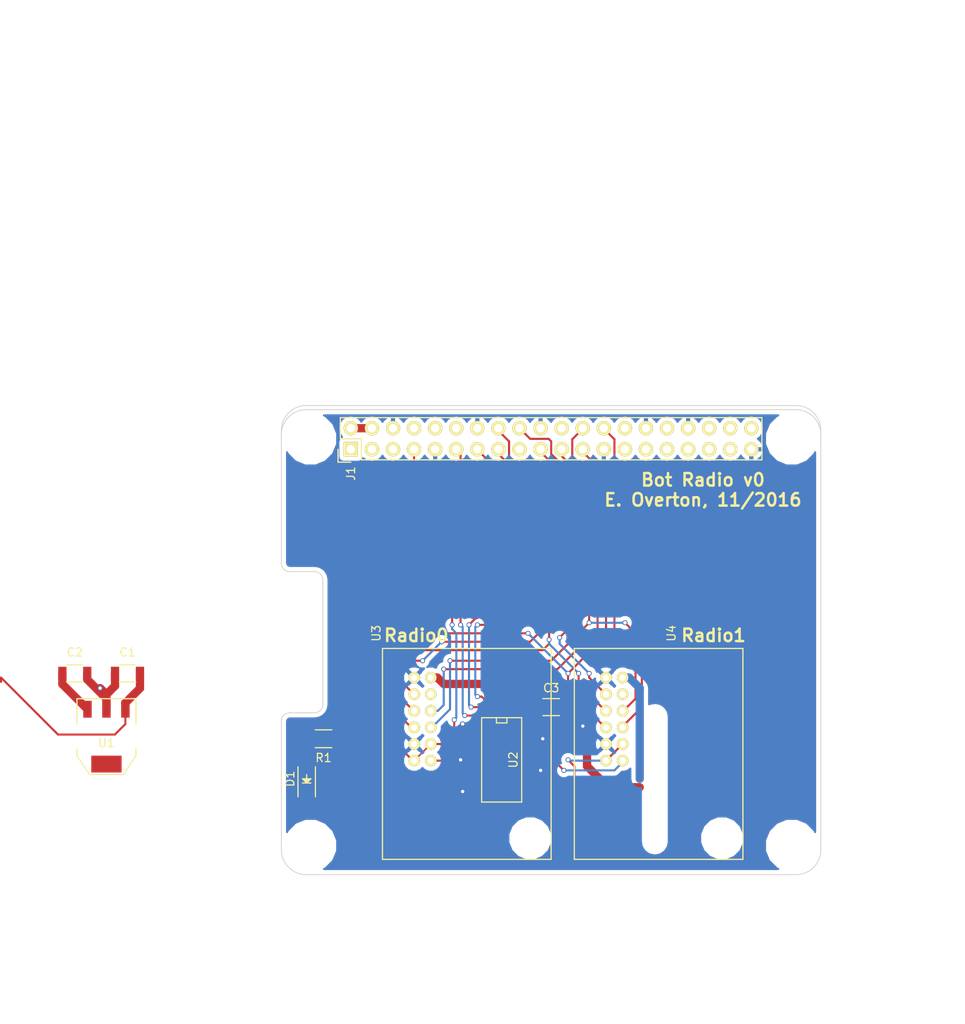
<source format=kicad_pcb>
(kicad_pcb (version 4) (host pcbnew 4.0.2-1.fc23-product)

  (general
    (links 51)
    (no_connects 7)
    (area 95.199999 46.939999 160.300001 103.540001)
    (thickness 1.6)
    (drawings 43)
    (tracks 291)
    (zones 0)
    (modules 14)
    (nets 41)
  )

  (page A4)
  (layers
    (0 F.Cu signal)
    (31 B.Cu signal)
    (32 B.Adhes user)
    (33 F.Adhes user)
    (34 B.Paste user)
    (35 F.Paste user)
    (36 B.SilkS user)
    (37 F.SilkS user)
    (38 B.Mask user)
    (39 F.Mask user)
    (40 Dwgs.User user hide)
    (41 Cmts.User user)
    (42 Eco1.User user)
    (43 Eco2.User user)
    (44 Edge.Cuts user)
    (45 Margin user)
    (46 B.CrtYd user)
    (47 F.CrtYd user)
    (48 B.Fab user)
    (49 F.Fab user)
  )

  (setup
    (last_trace_width 0.25)
    (user_trace_width 0.2)
    (user_trace_width 0.5)
    (user_trace_width 1)
    (user_trace_width 3)
    (user_trace_width 6)
    (trace_clearance 0.2)
    (zone_clearance 0.508)
    (zone_45_only no)
    (trace_min 0.154)
    (segment_width 0.1)
    (edge_width 0.1)
    (via_size 0.6)
    (via_drill 0.4)
    (via_min_size 0.4)
    (via_min_drill 0.3)
    (uvia_size 0.3)
    (uvia_drill 0.1)
    (uvias_allowed no)
    (uvia_min_size 0.2)
    (uvia_min_drill 0.1)
    (pcb_text_width 0.3)
    (pcb_text_size 1.5 1.5)
    (mod_edge_width 0.15)
    (mod_text_size 1 1)
    (mod_text_width 0.15)
    (pad_size 2.75 2.75)
    (pad_drill 2.75)
    (pad_to_mask_clearance 0)
    (aux_axis_origin 0 0)
    (visible_elements 7FFEFFFF)
    (pcbplotparams
      (layerselection 0x00030_80000001)
      (usegerberextensions false)
      (excludeedgelayer true)
      (linewidth 0.100000)
      (plotframeref false)
      (viasonmask false)
      (mode 1)
      (useauxorigin false)
      (hpglpennumber 1)
      (hpglpenspeed 20)
      (hpglpendiameter 15)
      (hpglpenoverlay 2)
      (psnegative false)
      (psa4output false)
      (plotreference true)
      (plotvalue true)
      (plotinvisibletext false)
      (padsonsilk false)
      (subtractmaskfromsilk false)
      (outputformat 1)
      (mirror false)
      (drillshape 0)
      (scaleselection 1)
      (outputdirectory meta/))
  )

  (net 0 "")
  (net 1 "Net-(J1-Pad1)")
  (net 2 "Net-(J1-Pad10)")
  (net 3 "Net-(J1-Pad12)")
  (net 4 "Net-(J1-Pad17)")
  (net 5 "Net-(J1-Pad22)")
  (net 6 "Net-(J1-Pad27)")
  (net 7 "Net-(J1-Pad28)")
  (net 8 "Net-(J1-Pad29)")
  (net 9 "Net-(J1-Pad31)")
  (net 10 "Net-(J1-Pad32)")
  (net 11 "Net-(J1-Pad33)")
  (net 12 "Net-(J1-Pad35)")
  (net 13 "Net-(J1-Pad36)")
  (net 14 "Net-(J1-Pad37)")
  (net 15 "Net-(J1-Pad38)")
  (net 16 "Net-(J1-Pad40)")
  (net 17 "Net-(J1-Pad8)")
  (net 18 +5V)
  (net 19 GND)
  (net 20 VCC)
  (net 21 /Radio0_Tx)
  (net 22 /Radio0_Rx)
  (net 23 /Radio1_Tx)
  (net 24 /Radio1_Rx)
  (net 25 "Net-(U2-Pad3)")
  (net 26 "Net-(U2-Pad6)")
  (net 27 "Net-(U2-Pad8)")
  (net 28 "Net-(U2-Pad11)")
  (net 29 /SDA1)
  (net 30 /SCL1)
  (net 31 /Radio0_INT)
  (net 32 /Radio1_INT)
  (net 33 /SPI0_MOSI)
  (net 34 /SPI0_MISO)
  (net 35 /SPI0_CLK)
  (net 36 /Radio0_CE)
  (net 37 /Radio1_CE)
  (net 38 "Net-(U3-Pad4)")
  (net 39 "Net-(U4-Pad4)")
  (net 40 "Net-(D1-Pad2)")

  (net_class Default "This is the default net class."
    (clearance 0.2)
    (trace_width 0.25)
    (via_dia 0.6)
    (via_drill 0.4)
    (uvia_dia 0.3)
    (uvia_drill 0.1)
    (add_net +5V)
    (add_net /Radio0_CE)
    (add_net /Radio0_INT)
    (add_net /Radio0_Rx)
    (add_net /Radio0_Tx)
    (add_net /Radio1_CE)
    (add_net /Radio1_INT)
    (add_net /Radio1_Rx)
    (add_net /Radio1_Tx)
    (add_net /SCL1)
    (add_net /SDA1)
    (add_net /SPI0_CLK)
    (add_net /SPI0_MISO)
    (add_net /SPI0_MOSI)
    (add_net GND)
    (add_net "Net-(D1-Pad2)")
    (add_net "Net-(J1-Pad1)")
    (add_net "Net-(J1-Pad10)")
    (add_net "Net-(J1-Pad12)")
    (add_net "Net-(J1-Pad17)")
    (add_net "Net-(J1-Pad22)")
    (add_net "Net-(J1-Pad27)")
    (add_net "Net-(J1-Pad28)")
    (add_net "Net-(J1-Pad29)")
    (add_net "Net-(J1-Pad31)")
    (add_net "Net-(J1-Pad32)")
    (add_net "Net-(J1-Pad33)")
    (add_net "Net-(J1-Pad35)")
    (add_net "Net-(J1-Pad36)")
    (add_net "Net-(J1-Pad37)")
    (add_net "Net-(J1-Pad38)")
    (add_net "Net-(J1-Pad40)")
    (add_net "Net-(J1-Pad8)")
    (add_net "Net-(U2-Pad11)")
    (add_net "Net-(U2-Pad3)")
    (add_net "Net-(U2-Pad6)")
    (add_net "Net-(U2-Pad8)")
    (add_net "Net-(U3-Pad4)")
    (add_net "Net-(U4-Pad4)")
    (add_net VCC)
  )

  (module components:AWA24S (layer F.Cu) (tedit 582A4650) (tstamp 582A2AF0)
    (at 134.366 79.756 270)
    (path /582504EC)
    (fp_text reference U4 (at -5.334 -7.874 270) (layer F.SilkS)
      (effects (font (size 1 1) (thickness 0.15)))
    )
    (fp_text value AWA24S (at 13 -13 270) (layer F.Fab)
      (effects (font (size 1 1) (thickness 0.15)))
    )
    (fp_line (start -3.51 3.82) (end -3.51 -16.5) (layer F.SilkS) (width 0.15))
    (fp_line (start -3.51 -16.5) (end 21.89 -16.5) (layer F.SilkS) (width 0.15))
    (fp_line (start 21.89 3.82) (end 21.89 -16.5) (layer F.SilkS) (width 0.15))
    (fp_line (start -3.51 3.82) (end 21.89 3.82) (layer F.SilkS) (width 0.15))
    (pad 1 thru_hole circle (at 0 0 270) (size 1.4 1.4) (drill 0.8) (layers *.Cu *.Mask F.SilkS)
      (net 19 GND))
    (pad 2 thru_hole circle (at 0 -2 270) (size 1.4 1.4) (drill 0.8) (layers *.Cu *.Mask F.SilkS)
      (net 20 VCC))
    (pad 3 thru_hole circle (at 2 0 270) (size 1.4 1.4) (drill 0.8) (layers *.Cu *.Mask F.SilkS)
      (net 32 /Radio1_INT))
    (pad 4 thru_hole circle (at 2 -2 270) (size 1.4 1.4) (drill 0.8) (layers *.Cu *.Mask F.SilkS)
      (net 39 "Net-(U4-Pad4)"))
    (pad 5 thru_hole circle (at 4 0 270) (size 1.4 1.4) (drill 0.8) (layers *.Cu *.Mask F.SilkS)
      (net 33 /SPI0_MOSI))
    (pad 6 thru_hole circle (at 4 -2 270) (size 1.4 1.4) (drill 0.8) (layers *.Cu *.Mask F.SilkS)
      (net 37 /Radio1_CE))
    (pad 7 thru_hole circle (at 6 0 270) (size 1.4 1.4) (drill 0.8) (layers *.Cu *.Mask F.SilkS)
      (net 35 /SPI0_CLK))
    (pad 8 thru_hole circle (at 6 -2 270) (size 1.4 1.4) (drill 0.8) (layers *.Cu *.Mask F.SilkS)
      (net 34 /SPI0_MISO))
    (pad 9 thru_hole circle (at 8 0 270) (size 1.4 1.4) (drill 0.8) (layers *.Cu *.Mask F.SilkS)
      (net 19 GND))
    (pad 10 thru_hole circle (at 8 -2 270) (size 1.4 1.4) (drill 0.8) (layers *.Cu *.Mask F.SilkS)
      (net 27 "Net-(U2-Pad8)"))
    (pad 11 thru_hole circle (at 10 0 270) (size 1.4 1.4) (drill 0.8) (layers *.Cu *.Mask F.SilkS)
      (net 27 "Net-(U2-Pad8)"))
    (pad 12 thru_hole circle (at 10 -2 270) (size 1.4 1.4) (drill 0.8) (layers *.Cu *.Mask F.SilkS)
      (net 28 "Net-(U2-Pad11)"))
    (pad "" np_thru_hole circle (at 19.35 -13.98 270) (size 4 4) (drill 4) (layers *.Cu *.Mask F.SilkS))
  )

  (module RPi_Hat:Pin_Header_Straight_2x20 locked (layer F.Cu) (tedit 5823A333) (tstamp 5516AEA0)
    (at 127.75 50.99 90)
    (descr "Through hole pin header")
    (tags "pin header")
    (path /5823A40F)
    (fp_text reference J1 (at -4.191 -24.13 90) (layer F.SilkS)
      (effects (font (size 1 1) (thickness 0.15)))
    )
    (fp_text value RPi_GPIO (at -1.27 -27.23 90) (layer F.Fab)
      (effects (font (size 1 1) (thickness 0.15)))
    )
    (fp_line (start -3.02 -25.88) (end -3.02 25.92) (layer F.CrtYd) (width 0.05))
    (fp_line (start 3.03 -25.88) (end 3.03 25.92) (layer F.CrtYd) (width 0.05))
    (fp_line (start -3.02 -25.88) (end 3.03 -25.88) (layer F.CrtYd) (width 0.05))
    (fp_line (start -3.02 25.92) (end 3.03 25.92) (layer F.CrtYd) (width 0.05))
    (fp_line (start 2.54 25.4) (end 2.54 -25.4) (layer F.SilkS) (width 0.15))
    (fp_line (start -2.54 -22.86) (end -2.54 25.4) (layer F.SilkS) (width 0.15))
    (fp_line (start 2.54 25.4) (end -2.54 25.4) (layer F.SilkS) (width 0.15))
    (fp_line (start 2.54 -25.4) (end 0 -25.4) (layer F.SilkS) (width 0.15))
    (fp_line (start -1.27 -25.68) (end -2.82 -25.68) (layer F.SilkS) (width 0.15))
    (fp_line (start 0 -25.4) (end 0 -22.86) (layer F.SilkS) (width 0.15))
    (fp_line (start 0 -22.86) (end -2.54 -22.86) (layer F.SilkS) (width 0.15))
    (fp_line (start -2.82 -25.68) (end -2.82 -24.13) (layer F.SilkS) (width 0.15))
    (pad 1 thru_hole rect (at -1.27 -24.13 90) (size 1.7272 1.7272) (drill 1.016) (layers *.Cu *.Mask F.SilkS)
      (net 1 "Net-(J1-Pad1)"))
    (pad 2 thru_hole oval (at 1.27 -24.13 90) (size 1.7272 1.7272) (drill 1.016) (layers *.Cu *.Mask F.SilkS)
      (net 18 +5V))
    (pad 3 thru_hole oval (at -1.27 -21.59 90) (size 1.7272 1.7272) (drill 1.016) (layers *.Cu *.Mask F.SilkS)
      (net 29 /SDA1))
    (pad 4 thru_hole oval (at 1.27 -21.59 90) (size 1.7272 1.7272) (drill 1.016) (layers *.Cu *.Mask F.SilkS)
      (net 18 +5V))
    (pad 5 thru_hole oval (at -1.27 -19.05 90) (size 1.7272 1.7272) (drill 1.016) (layers *.Cu *.Mask F.SilkS)
      (net 30 /SCL1))
    (pad 6 thru_hole oval (at 1.27 -19.05 90) (size 1.7272 1.7272) (drill 1.016) (layers *.Cu *.Mask F.SilkS)
      (net 19 GND))
    (pad 7 thru_hole oval (at -1.27 -16.51 90) (size 1.7272 1.7272) (drill 1.016) (layers *.Cu *.Mask F.SilkS)
      (net 21 /Radio0_Tx))
    (pad 8 thru_hole oval (at 1.27 -16.51 90) (size 1.7272 1.7272) (drill 1.016) (layers *.Cu *.Mask F.SilkS)
      (net 17 "Net-(J1-Pad8)"))
    (pad 9 thru_hole oval (at -1.27 -13.97 90) (size 1.7272 1.7272) (drill 1.016) (layers *.Cu *.Mask F.SilkS)
      (net 19 GND))
    (pad 10 thru_hole oval (at 1.27 -13.97 90) (size 1.7272 1.7272) (drill 1.016) (layers *.Cu *.Mask F.SilkS)
      (net 2 "Net-(J1-Pad10)"))
    (pad 11 thru_hole oval (at -1.27 -11.43 90) (size 1.7272 1.7272) (drill 1.016) (layers *.Cu *.Mask F.SilkS)
      (net 22 /Radio0_Rx))
    (pad 12 thru_hole oval (at 1.27 -11.43 90) (size 1.7272 1.7272) (drill 1.016) (layers *.Cu *.Mask F.SilkS)
      (net 3 "Net-(J1-Pad12)"))
    (pad 13 thru_hole oval (at -1.27 -8.89 90) (size 1.7272 1.7272) (drill 1.016) (layers *.Cu *.Mask F.SilkS)
      (net 23 /Radio1_Tx))
    (pad 14 thru_hole oval (at 1.27 -8.89 90) (size 1.7272 1.7272) (drill 1.016) (layers *.Cu *.Mask F.SilkS)
      (net 19 GND))
    (pad 15 thru_hole oval (at -1.27 -6.35 90) (size 1.7272 1.7272) (drill 1.016) (layers *.Cu *.Mask F.SilkS)
      (net 24 /Radio1_Rx))
    (pad 16 thru_hole oval (at 1.27 -6.35 90) (size 1.7272 1.7272) (drill 1.016) (layers *.Cu *.Mask F.SilkS)
      (net 31 /Radio0_INT))
    (pad 17 thru_hole oval (at -1.27 -3.81 90) (size 1.7272 1.7272) (drill 1.016) (layers *.Cu *.Mask F.SilkS)
      (net 4 "Net-(J1-Pad17)"))
    (pad 18 thru_hole oval (at 1.27 -3.81 90) (size 1.7272 1.7272) (drill 1.016) (layers *.Cu *.Mask F.SilkS)
      (net 32 /Radio1_INT))
    (pad 19 thru_hole oval (at -1.27 -1.27 90) (size 1.7272 1.7272) (drill 1.016) (layers *.Cu *.Mask F.SilkS)
      (net 33 /SPI0_MOSI))
    (pad 20 thru_hole oval (at 1.27 -1.27 90) (size 1.7272 1.7272) (drill 1.016) (layers *.Cu *.Mask F.SilkS)
      (net 19 GND))
    (pad 21 thru_hole oval (at -1.27 1.27 90) (size 1.7272 1.7272) (drill 1.016) (layers *.Cu *.Mask F.SilkS)
      (net 34 /SPI0_MISO))
    (pad 22 thru_hole oval (at 1.27 1.27 90) (size 1.7272 1.7272) (drill 1.016) (layers *.Cu *.Mask F.SilkS)
      (net 5 "Net-(J1-Pad22)"))
    (pad 23 thru_hole oval (at -1.27 3.81 90) (size 1.7272 1.7272) (drill 1.016) (layers *.Cu *.Mask F.SilkS)
      (net 35 /SPI0_CLK))
    (pad 24 thru_hole oval (at 1.27 3.81 90) (size 1.7272 1.7272) (drill 1.016) (layers *.Cu *.Mask F.SilkS)
      (net 36 /Radio0_CE))
    (pad 25 thru_hole oval (at -1.27 6.35 90) (size 1.7272 1.7272) (drill 1.016) (layers *.Cu *.Mask F.SilkS)
      (net 19 GND))
    (pad 26 thru_hole oval (at 1.27 6.35 90) (size 1.7272 1.7272) (drill 1.016) (layers *.Cu *.Mask F.SilkS)
      (net 37 /Radio1_CE))
    (pad 27 thru_hole oval (at -1.27 8.89 90) (size 1.7272 1.7272) (drill 1.016) (layers *.Cu *.Mask F.SilkS)
      (net 6 "Net-(J1-Pad27)"))
    (pad 28 thru_hole oval (at 1.27 8.89 90) (size 1.7272 1.7272) (drill 1.016) (layers *.Cu *.Mask F.SilkS)
      (net 7 "Net-(J1-Pad28)"))
    (pad 29 thru_hole oval (at -1.27 11.43 90) (size 1.7272 1.7272) (drill 1.016) (layers *.Cu *.Mask F.SilkS)
      (net 8 "Net-(J1-Pad29)"))
    (pad 30 thru_hole oval (at 1.27 11.43 90) (size 1.7272 1.7272) (drill 1.016) (layers *.Cu *.Mask F.SilkS)
      (net 19 GND))
    (pad 31 thru_hole oval (at -1.27 13.97 90) (size 1.7272 1.7272) (drill 1.016) (layers *.Cu *.Mask F.SilkS)
      (net 9 "Net-(J1-Pad31)"))
    (pad 32 thru_hole oval (at 1.27 13.97 90) (size 1.7272 1.7272) (drill 1.016) (layers *.Cu *.Mask F.SilkS)
      (net 10 "Net-(J1-Pad32)"))
    (pad 33 thru_hole oval (at -1.27 16.51 90) (size 1.7272 1.7272) (drill 1.016) (layers *.Cu *.Mask F.SilkS)
      (net 11 "Net-(J1-Pad33)"))
    (pad 34 thru_hole oval (at 1.27 16.51 90) (size 1.7272 1.7272) (drill 1.016) (layers *.Cu *.Mask F.SilkS)
      (net 19 GND))
    (pad 35 thru_hole oval (at -1.27 19.05 90) (size 1.7272 1.7272) (drill 1.016) (layers *.Cu *.Mask F.SilkS)
      (net 12 "Net-(J1-Pad35)"))
    (pad 36 thru_hole oval (at 1.27 19.05 90) (size 1.7272 1.7272) (drill 1.016) (layers *.Cu *.Mask F.SilkS)
      (net 13 "Net-(J1-Pad36)"))
    (pad 37 thru_hole oval (at -1.27 21.59 90) (size 1.7272 1.7272) (drill 1.016) (layers *.Cu *.Mask F.SilkS)
      (net 14 "Net-(J1-Pad37)"))
    (pad 38 thru_hole oval (at 1.27 21.59 90) (size 1.7272 1.7272) (drill 1.016) (layers *.Cu *.Mask F.SilkS)
      (net 15 "Net-(J1-Pad38)"))
    (pad 39 thru_hole oval (at -1.27 24.13 90) (size 1.7272 1.7272) (drill 1.016) (layers *.Cu *.Mask F.SilkS)
      (net 19 GND))
    (pad 40 thru_hole oval (at 1.27 24.13 90) (size 1.7272 1.7272) (drill 1.016) (layers *.Cu *.Mask F.SilkS)
      (net 16 "Net-(J1-Pad40)"))
    (model Pin_Headers.3dshapes/Pin_Header_Straight_2x20.wrl
      (at (xyz 0 0 0))
      (scale (xyz 1 1 1))
      (rotate (xyz 0 0 90))
    )
  )

  (module RPi_Hat:RPi_Hat_Mounting_Hole locked (layer F.Cu) (tedit 55217C7B) (tstamp 5515DEA9)
    (at 156.75 50.99)
    (descr "Mounting hole, Befestigungsbohrung, 2,7mm, No Annular, Kein Restring,")
    (tags "Mounting hole, Befestigungsbohrung, 2,7mm, No Annular, Kein Restring,")
    (fp_text reference "" (at 0 -4.0005) (layer F.SilkS) hide
      (effects (font (size 1 1) (thickness 0.15)))
    )
    (fp_text value "" (at 0.09906 3.59918) (layer F.Fab) hide
      (effects (font (size 1 1) (thickness 0.15)))
    )
    (fp_circle (center 0 0) (end 1.375 0) (layer F.Fab) (width 0.15))
    (fp_circle (center 0 0) (end 3.1 0) (layer F.Fab) (width 0.15))
    (fp_circle (center 0 0) (end 3.1 0) (layer B.Fab) (width 0.15))
    (fp_circle (center 0 0) (end 1.375 0) (layer B.Fab) (width 0.15))
    (fp_circle (center 0 0) (end 3.1 0) (layer F.CrtYd) (width 0.15))
    (fp_circle (center 0 0) (end 3.1 0) (layer B.CrtYd) (width 0.15))
    (pad "" np_thru_hole circle (at 0 0) (size 2.75 2.75) (drill 2.75) (layers *.Cu *.Mask)
      (solder_mask_margin 1.725) (clearance 1.725))
  )

  (module RPi_Hat:RPi_Hat_Mounting_Hole locked (layer F.Cu) (tedit 55217CCB) (tstamp 55169DC9)
    (at 156.75 99.99)
    (descr "Mounting hole, Befestigungsbohrung, 2,7mm, No Annular, Kein Restring,")
    (tags "Mounting hole, Befestigungsbohrung, 2,7mm, No Annular, Kein Restring,")
    (fp_text reference "" (at 0 -4.0005) (layer F.SilkS) hide
      (effects (font (size 1 1) (thickness 0.15)))
    )
    (fp_text value "" (at 0.09906 3.59918) (layer F.Fab) hide
      (effects (font (size 1 1) (thickness 0.15)))
    )
    (fp_circle (center 0 0) (end 1.375 0) (layer F.Fab) (width 0.15))
    (fp_circle (center 0 0) (end 3.1 0) (layer F.Fab) (width 0.15))
    (fp_circle (center 0 0) (end 3.1 0) (layer B.Fab) (width 0.15))
    (fp_circle (center 0 0) (end 1.375 0) (layer B.Fab) (width 0.15))
    (fp_circle (center 0 0) (end 3.1 0) (layer F.CrtYd) (width 0.15))
    (fp_circle (center 0 0) (end 3.1 0) (layer B.CrtYd) (width 0.15))
    (pad "" np_thru_hole circle (at 0 0) (size 2.75 2.75) (drill 2.75) (layers *.Cu *.Mask)
      (solder_mask_margin 1.725) (clearance 1.725))
  )

  (module RPi_Hat:RPi_Hat_Mounting_Hole locked (layer F.Cu) (tedit 55217CB9) (tstamp 5515DECC)
    (at 98.75 99.99)
    (descr "Mounting hole, Befestigungsbohrung, 2,7mm, No Annular, Kein Restring,")
    (tags "Mounting hole, Befestigungsbohrung, 2,7mm, No Annular, Kein Restring,")
    (fp_text reference "" (at 0 -4.0005) (layer F.SilkS) hide
      (effects (font (size 1 1) (thickness 0.15)))
    )
    (fp_text value "" (at 0.09906 3.59918) (layer F.Fab) hide
      (effects (font (size 1 1) (thickness 0.15)))
    )
    (fp_circle (center 0 0) (end 1.375 0) (layer F.Fab) (width 0.15))
    (fp_circle (center 0 0) (end 3.1 0) (layer F.Fab) (width 0.15))
    (fp_circle (center 0 0) (end 3.1 0) (layer B.Fab) (width 0.15))
    (fp_circle (center 0 0) (end 1.375 0) (layer B.Fab) (width 0.15))
    (fp_circle (center 0 0) (end 3.1 0) (layer F.CrtYd) (width 0.15))
    (fp_circle (center 0 0) (end 3.1 0) (layer B.CrtYd) (width 0.15))
    (pad "" np_thru_hole circle (at 0 0) (size 2.75 2.75) (drill 2.75) (layers *.Cu *.Mask)
      (solder_mask_margin 1.725) (clearance 1.725))
  )

  (module RPi_Hat:RPi_Hat_Mounting_Hole locked (layer F.Cu) (tedit 55217CA2) (tstamp 5515DEBF)
    (at 98.75 50.99)
    (descr "Mounting hole, Befestigungsbohrung, 2,7mm, No Annular, Kein Restring,")
    (tags "Mounting hole, Befestigungsbohrung, 2,7mm, No Annular, Kein Restring,")
    (fp_text reference "" (at 0 -4.0005) (layer F.SilkS) hide
      (effects (font (size 1 1) (thickness 0.15)))
    )
    (fp_text value "" (at 0.09906 3.59918) (layer F.Fab) hide
      (effects (font (size 1 1) (thickness 0.15)))
    )
    (fp_circle (center 0 0) (end 1.375 0) (layer F.Fab) (width 0.15))
    (fp_circle (center 0 0) (end 3.1 0) (layer F.Fab) (width 0.15))
    (fp_circle (center 0 0) (end 3.1 0) (layer B.Fab) (width 0.15))
    (fp_circle (center 0 0) (end 1.375 0) (layer B.Fab) (width 0.15))
    (fp_circle (center 0 0) (end 3.1 0) (layer F.CrtYd) (width 0.15))
    (fp_circle (center 0 0) (end 3.1 0) (layer B.CrtYd) (width 0.15))
    (pad "" np_thru_hole circle (at 0 0) (size 2.75 2.75) (drill 2.75) (layers *.Cu *.Mask)
      (solder_mask_margin 1.725) (clearance 1.725))
  )

  (module Capacitors_SMD:C_1206 (layer F.Cu) (tedit 5823AD4A) (tstamp 5823AC8C)
    (at 76.708 79.248 180)
    (descr "Capacitor SMD 1206, reflow soldering, AVX (see smccp.pdf)")
    (tags "capacitor 1206")
    (path /5823A879)
    (attr smd)
    (fp_text reference C1 (at 0 2.54 180) (layer F.SilkS)
      (effects (font (size 1 1) (thickness 0.15)))
    )
    (fp_text value 1u (at 0 2.3 180) (layer F.Fab)
      (effects (font (size 1 1) (thickness 0.15)))
    )
    (fp_line (start -2.3 -1.15) (end 2.3 -1.15) (layer F.CrtYd) (width 0.05))
    (fp_line (start -2.3 1.15) (end 2.3 1.15) (layer F.CrtYd) (width 0.05))
    (fp_line (start -2.3 -1.15) (end -2.3 1.15) (layer F.CrtYd) (width 0.05))
    (fp_line (start 2.3 -1.15) (end 2.3 1.15) (layer F.CrtYd) (width 0.05))
    (fp_line (start 1 -1.025) (end -1 -1.025) (layer F.SilkS) (width 0.15))
    (fp_line (start -1 1.025) (end 1 1.025) (layer F.SilkS) (width 0.15))
    (pad 1 smd rect (at -1.5 0 180) (size 1 1.6) (layers F.Cu F.Paste F.Mask)
      (net 18 +5V))
    (pad 2 smd rect (at 1.5 0 180) (size 1 1.6) (layers F.Cu F.Paste F.Mask)
      (net 19 GND))
    (model Capacitors_SMD.3dshapes/C_1206.wrl
      (at (xyz 0 0 0))
      (scale (xyz 1 1 1))
      (rotate (xyz 0 0 0))
    )
  )

  (module Capacitors_SMD:C_1206 (layer F.Cu) (tedit 5823AD4C) (tstamp 5823AC92)
    (at 70.358 79.248)
    (descr "Capacitor SMD 1206, reflow soldering, AVX (see smccp.pdf)")
    (tags "capacitor 1206")
    (path /5823A8DE)
    (attr smd)
    (fp_text reference C2 (at 0 -2.54) (layer F.SilkS)
      (effects (font (size 1 1) (thickness 0.15)))
    )
    (fp_text value 1u (at 0 2.3) (layer F.Fab)
      (effects (font (size 1 1) (thickness 0.15)))
    )
    (fp_line (start -2.3 -1.15) (end 2.3 -1.15) (layer F.CrtYd) (width 0.05))
    (fp_line (start -2.3 1.15) (end 2.3 1.15) (layer F.CrtYd) (width 0.05))
    (fp_line (start -2.3 -1.15) (end -2.3 1.15) (layer F.CrtYd) (width 0.05))
    (fp_line (start 2.3 -1.15) (end 2.3 1.15) (layer F.CrtYd) (width 0.05))
    (fp_line (start 1 -1.025) (end -1 -1.025) (layer F.SilkS) (width 0.15))
    (fp_line (start -1 1.025) (end 1 1.025) (layer F.SilkS) (width 0.15))
    (pad 1 smd rect (at -1.5 0) (size 1 1.6) (layers F.Cu F.Paste F.Mask)
      (net 20 VCC))
    (pad 2 smd rect (at 1.5 0) (size 1 1.6) (layers F.Cu F.Paste F.Mask)
      (net 19 GND))
    (model Capacitors_SMD.3dshapes/C_1206.wrl
      (at (xyz 0 0 0))
      (scale (xyz 1 1 1))
      (rotate (xyz 0 0 0))
    )
  )

  (module TO_SOT_Packages_SMD:SOT-223 (layer F.Cu) (tedit 0) (tstamp 5823AC9A)
    (at 74.168 86.868 180)
    (descr "module CMS SOT223 4 pins")
    (tags "CMS SOT")
    (path /5823A7DD)
    (attr smd)
    (fp_text reference U1 (at 0 -0.762 180) (layer F.SilkS)
      (effects (font (size 1 1) (thickness 0.15)))
    )
    (fp_text value MCP1754ST-3302E/MB (at 0 0.762 180) (layer F.Fab)
      (effects (font (size 1 1) (thickness 0.15)))
    )
    (fp_line (start -3.556 1.524) (end -3.556 4.572) (layer F.SilkS) (width 0.15))
    (fp_line (start -3.556 4.572) (end 3.556 4.572) (layer F.SilkS) (width 0.15))
    (fp_line (start 3.556 4.572) (end 3.556 1.524) (layer F.SilkS) (width 0.15))
    (fp_line (start -3.556 -1.524) (end -3.556 -2.286) (layer F.SilkS) (width 0.15))
    (fp_line (start -3.556 -2.286) (end -2.032 -4.572) (layer F.SilkS) (width 0.15))
    (fp_line (start -2.032 -4.572) (end 2.032 -4.572) (layer F.SilkS) (width 0.15))
    (fp_line (start 2.032 -4.572) (end 3.556 -2.286) (layer F.SilkS) (width 0.15))
    (fp_line (start 3.556 -2.286) (end 3.556 -1.524) (layer F.SilkS) (width 0.15))
    (pad 4 smd rect (at 0 -3.302 180) (size 3.6576 2.032) (layers F.Cu F.Paste F.Mask))
    (pad 2 smd rect (at 0 3.302 180) (size 1.016 2.032) (layers F.Cu F.Paste F.Mask)
      (net 19 GND))
    (pad 3 smd rect (at 2.286 3.302 180) (size 1.016 2.032) (layers F.Cu F.Paste F.Mask)
      (net 20 VCC))
    (pad 1 smd rect (at -2.286 3.302 180) (size 1.016 2.032) (layers F.Cu F.Paste F.Mask)
      (net 18 +5V))
    (model TO_SOT_Packages_SMD.3dshapes/SOT-223.wrl
      (at (xyz 0 0 0))
      (scale (xyz 0.4 0.4 0.4))
      (rotate (xyz 0 0 0))
    )
  )

  (module SMD_Packages:SOIC-14_N (layer F.Cu) (tedit 0) (tstamp 5823ACAC)
    (at 121.92 89.662 270)
    (descr "Module CMS SOJ 14 pins Large")
    (tags "CMS SOJ")
    (path /5823AD3D)
    (attr smd)
    (fp_text reference U2 (at 0 -1.27 270) (layer F.SilkS)
      (effects (font (size 1 1) (thickness 0.15)))
    )
    (fp_text value 74LS125 (at 0 1.27 270) (layer F.Fab)
      (effects (font (size 1 1) (thickness 0.15)))
    )
    (fp_line (start 5.08 -2.286) (end 5.08 2.54) (layer F.SilkS) (width 0.15))
    (fp_line (start 5.08 2.54) (end -5.08 2.54) (layer F.SilkS) (width 0.15))
    (fp_line (start -5.08 2.54) (end -5.08 -2.286) (layer F.SilkS) (width 0.15))
    (fp_line (start -5.08 -2.286) (end 5.08 -2.286) (layer F.SilkS) (width 0.15))
    (fp_line (start -5.08 -0.508) (end -4.445 -0.508) (layer F.SilkS) (width 0.15))
    (fp_line (start -4.445 -0.508) (end -4.445 0.762) (layer F.SilkS) (width 0.15))
    (fp_line (start -4.445 0.762) (end -5.08 0.762) (layer F.SilkS) (width 0.15))
    (pad 1 smd rect (at -3.81 3.302 270) (size 0.508 1.143) (layers F.Cu F.Paste F.Mask)
      (net 19 GND))
    (pad 2 smd rect (at -2.54 3.302 270) (size 0.508 1.143) (layers F.Cu F.Paste F.Mask)
      (net 21 /Radio0_Tx))
    (pad 3 smd rect (at -1.27 3.302 270) (size 0.508 1.143) (layers F.Cu F.Paste F.Mask)
      (net 25 "Net-(U2-Pad3)"))
    (pad 4 smd rect (at 0 3.302 270) (size 0.508 1.143) (layers F.Cu F.Paste F.Mask)
      (net 19 GND))
    (pad 5 smd rect (at 1.27 3.302 270) (size 0.508 1.143) (layers F.Cu F.Paste F.Mask)
      (net 22 /Radio0_Rx))
    (pad 6 smd rect (at 2.54 3.302 270) (size 0.508 1.143) (layers F.Cu F.Paste F.Mask)
      (net 26 "Net-(U2-Pad6)"))
    (pad 7 smd rect (at 3.81 3.302 270) (size 0.508 1.143) (layers F.Cu F.Paste F.Mask)
      (net 19 GND))
    (pad 8 smd rect (at 3.81 -3.048 270) (size 0.508 1.143) (layers F.Cu F.Paste F.Mask)
      (net 27 "Net-(U2-Pad8)"))
    (pad 9 smd rect (at 2.54 -3.048 270) (size 0.508 1.143) (layers F.Cu F.Paste F.Mask)
      (net 23 /Radio1_Tx))
    (pad 11 smd rect (at 0 -3.048 270) (size 0.508 1.143) (layers F.Cu F.Paste F.Mask)
      (net 28 "Net-(U2-Pad11)"))
    (pad 12 smd rect (at -1.27 -3.048 270) (size 0.508 1.143) (layers F.Cu F.Paste F.Mask)
      (net 24 /Radio1_Rx))
    (pad 13 smd rect (at -2.54 -3.048 270) (size 0.508 1.143) (layers F.Cu F.Paste F.Mask)
      (net 19 GND))
    (pad 14 smd rect (at -3.81 -3.048 270) (size 0.508 1.143) (layers F.Cu F.Paste F.Mask)
      (net 20 VCC))
    (pad 10 smd rect (at 1.27 -3.048 270) (size 0.508 1.143) (layers F.Cu F.Paste F.Mask)
      (net 19 GND))
    (model SMD_Packages.3dshapes/SOIC-14_N.wrl
      (at (xyz 0 0 0))
      (scale (xyz 0.5 0.4 0.5))
      (rotate (xyz 0 0 0))
    )
  )

  (module Capacitors_SMD:C_1206 (layer F.Cu) (tedit 5415D7BD) (tstamp 5823AE93)
    (at 127.762 83.312)
    (descr "Capacitor SMD 1206, reflow soldering, AVX (see smccp.pdf)")
    (tags "capacitor 1206")
    (path /5823C186)
    (attr smd)
    (fp_text reference C3 (at 0 -2.3) (layer F.SilkS)
      (effects (font (size 1 1) (thickness 0.15)))
    )
    (fp_text value 100n (at 0 2.3) (layer F.Fab)
      (effects (font (size 1 1) (thickness 0.15)))
    )
    (fp_line (start -2.3 -1.15) (end 2.3 -1.15) (layer F.CrtYd) (width 0.05))
    (fp_line (start -2.3 1.15) (end 2.3 1.15) (layer F.CrtYd) (width 0.05))
    (fp_line (start -2.3 -1.15) (end -2.3 1.15) (layer F.CrtYd) (width 0.05))
    (fp_line (start 2.3 -1.15) (end 2.3 1.15) (layer F.CrtYd) (width 0.05))
    (fp_line (start 1 -1.025) (end -1 -1.025) (layer F.SilkS) (width 0.15))
    (fp_line (start -1 1.025) (end 1 1.025) (layer F.SilkS) (width 0.15))
    (pad 1 smd rect (at -1.5 0) (size 1 1.6) (layers F.Cu F.Paste F.Mask)
      (net 20 VCC))
    (pad 2 smd rect (at 1.5 0) (size 1 1.6) (layers F.Cu F.Paste F.Mask)
      (net 19 GND))
    (model Capacitors_SMD.3dshapes/C_1206.wrl
      (at (xyz 0 0 0))
      (scale (xyz 1 1 1))
      (rotate (xyz 0 0 0))
    )
  )

  (module LEDs:LED_1206 (layer F.Cu) (tedit 55BDE2E8) (tstamp 582A2AC6)
    (at 98.298 91.948 90)
    (descr "LED 1206 smd package")
    (tags "LED1206 SMD")
    (path /58250CB4)
    (attr smd)
    (fp_text reference D1 (at 0 -2 90) (layer F.SilkS)
      (effects (font (size 1 1) (thickness 0.15)))
    )
    (fp_text value LED (at 0 2 90) (layer F.Fab)
      (effects (font (size 1 1) (thickness 0.15)))
    )
    (fp_line (start -2.15 1.05) (end 1.45 1.05) (layer F.SilkS) (width 0.15))
    (fp_line (start -2.15 -1.05) (end 1.45 -1.05) (layer F.SilkS) (width 0.15))
    (fp_line (start -0.1 -0.3) (end -0.1 0.3) (layer F.SilkS) (width 0.15))
    (fp_line (start -0.1 0.3) (end -0.4 0) (layer F.SilkS) (width 0.15))
    (fp_line (start -0.4 0) (end -0.2 -0.2) (layer F.SilkS) (width 0.15))
    (fp_line (start -0.2 -0.2) (end -0.2 0.05) (layer F.SilkS) (width 0.15))
    (fp_line (start -0.2 0.05) (end -0.25 0) (layer F.SilkS) (width 0.15))
    (fp_line (start -0.5 -0.5) (end -0.5 0.5) (layer F.SilkS) (width 0.15))
    (fp_line (start 0 0) (end 0.5 0) (layer F.SilkS) (width 0.15))
    (fp_line (start -0.5 0) (end 0 -0.5) (layer F.SilkS) (width 0.15))
    (fp_line (start 0 -0.5) (end 0 0.5) (layer F.SilkS) (width 0.15))
    (fp_line (start 0 0.5) (end -0.5 0) (layer F.SilkS) (width 0.15))
    (fp_line (start 2.5 -1.25) (end -2.5 -1.25) (layer F.CrtYd) (width 0.05))
    (fp_line (start -2.5 -1.25) (end -2.5 1.25) (layer F.CrtYd) (width 0.05))
    (fp_line (start -2.5 1.25) (end 2.5 1.25) (layer F.CrtYd) (width 0.05))
    (fp_line (start 2.5 1.25) (end 2.5 -1.25) (layer F.CrtYd) (width 0.05))
    (pad 2 smd rect (at 1.41986 0 270) (size 1.59766 1.80086) (layers F.Cu F.Paste F.Mask)
      (net 40 "Net-(D1-Pad2)"))
    (pad 1 smd rect (at -1.41986 0 270) (size 1.59766 1.80086) (layers F.Cu F.Paste F.Mask)
      (net 19 GND))
    (model LEDs.3dshapes/LED_1206.wrl
      (at (xyz 0 0 0))
      (scale (xyz 1 1 1))
      (rotate (xyz 0 0 180))
    )
  )

  (module components:AWA24S (layer F.Cu) (tedit 582A464B) (tstamp 582A2ADB)
    (at 111.252 79.756 270)
    (path /5823CC00)
    (fp_text reference U3 (at -5.334 4.572 270) (layer F.SilkS)
      (effects (font (size 1 1) (thickness 0.15)))
    )
    (fp_text value AWA24S (at 13 -13 270) (layer F.Fab)
      (effects (font (size 1 1) (thickness 0.15)))
    )
    (fp_line (start -3.51 3.82) (end -3.51 -16.5) (layer F.SilkS) (width 0.15))
    (fp_line (start -3.51 -16.5) (end 21.89 -16.5) (layer F.SilkS) (width 0.15))
    (fp_line (start 21.89 3.82) (end 21.89 -16.5) (layer F.SilkS) (width 0.15))
    (fp_line (start -3.51 3.82) (end 21.89 3.82) (layer F.SilkS) (width 0.15))
    (pad 1 thru_hole circle (at 0 0 270) (size 1.4 1.4) (drill 0.8) (layers *.Cu *.Mask F.SilkS)
      (net 19 GND))
    (pad 2 thru_hole circle (at 0 -2 270) (size 1.4 1.4) (drill 0.8) (layers *.Cu *.Mask F.SilkS)
      (net 20 VCC))
    (pad 3 thru_hole circle (at 2 0 270) (size 1.4 1.4) (drill 0.8) (layers *.Cu *.Mask F.SilkS)
      (net 31 /Radio0_INT))
    (pad 4 thru_hole circle (at 2 -2 270) (size 1.4 1.4) (drill 0.8) (layers *.Cu *.Mask F.SilkS)
      (net 38 "Net-(U3-Pad4)"))
    (pad 5 thru_hole circle (at 4 0 270) (size 1.4 1.4) (drill 0.8) (layers *.Cu *.Mask F.SilkS)
      (net 33 /SPI0_MOSI))
    (pad 6 thru_hole circle (at 4 -2 270) (size 1.4 1.4) (drill 0.8) (layers *.Cu *.Mask F.SilkS)
      (net 36 /Radio0_CE))
    (pad 7 thru_hole circle (at 6 0 270) (size 1.4 1.4) (drill 0.8) (layers *.Cu *.Mask F.SilkS)
      (net 35 /SPI0_CLK))
    (pad 8 thru_hole circle (at 6 -2 270) (size 1.4 1.4) (drill 0.8) (layers *.Cu *.Mask F.SilkS)
      (net 34 /SPI0_MISO))
    (pad 9 thru_hole circle (at 8 0 270) (size 1.4 1.4) (drill 0.8) (layers *.Cu *.Mask F.SilkS)
      (net 19 GND))
    (pad 10 thru_hole circle (at 8 -2 270) (size 1.4 1.4) (drill 0.8) (layers *.Cu *.Mask F.SilkS)
      (net 25 "Net-(U2-Pad3)"))
    (pad 11 thru_hole circle (at 10 0 270) (size 1.4 1.4) (drill 0.8) (layers *.Cu *.Mask F.SilkS)
      (net 25 "Net-(U2-Pad3)"))
    (pad 12 thru_hole circle (at 10 -2 270) (size 1.4 1.4) (drill 0.8) (layers *.Cu *.Mask F.SilkS)
      (net 26 "Net-(U2-Pad6)"))
    (pad "" np_thru_hole circle (at 19.35 -13.98 270) (size 4 4) (drill 4) (layers *.Cu *.Mask F.SilkS))
  )

  (module Resistors_SMD:R_1206_HandSoldering (layer F.Cu) (tedit 5418A20D) (tstamp 582A4DFC)
    (at 100.33 87.122 180)
    (descr "Resistor SMD 1206, hand soldering")
    (tags "resistor 1206")
    (path /58250D98)
    (attr smd)
    (fp_text reference R1 (at 0 -2.3 180) (layer F.SilkS)
      (effects (font (size 1 1) (thickness 0.15)))
    )
    (fp_text value 100R (at 0 2.3 180) (layer F.Fab)
      (effects (font (size 1 1) (thickness 0.15)))
    )
    (fp_line (start -3.3 -1.2) (end 3.3 -1.2) (layer F.CrtYd) (width 0.05))
    (fp_line (start -3.3 1.2) (end 3.3 1.2) (layer F.CrtYd) (width 0.05))
    (fp_line (start -3.3 -1.2) (end -3.3 1.2) (layer F.CrtYd) (width 0.05))
    (fp_line (start 3.3 -1.2) (end 3.3 1.2) (layer F.CrtYd) (width 0.05))
    (fp_line (start 1 1.075) (end -1 1.075) (layer F.SilkS) (width 0.15))
    (fp_line (start -1 -1.075) (end 1 -1.075) (layer F.SilkS) (width 0.15))
    (pad 1 smd rect (at -2 0 180) (size 2 1.7) (layers F.Cu F.Paste F.Mask)
      (net 20 VCC))
    (pad 2 smd rect (at 2 0 180) (size 2 1.7) (layers F.Cu F.Paste F.Mask)
      (net 40 "Net-(D1-Pad2)"))
    (model Resistors_SMD.3dshapes/R_1206_HandSoldering.wrl
      (at (xyz 0 0 0))
      (scale (xyz 1 1 1))
      (rotate (xyz 0 0 0))
    )
  )

  (gr_line (start 141.25 84.49) (end 141.25 99.49) (angle 90) (layer Dwgs.User) (width 0.1) (tstamp 5515DEFA))
  (gr_arc (start 140.25 99.49) (end 139.25 99.49) (angle -180) (layer Dwgs.User) (width 0.1) (tstamp 5515DF03))
  (gr_text Radio1 (at 147.32 74.676) (layer F.SilkS)
    (effects (font (size 1.5 1.5) (thickness 0.3)))
  )
  (gr_text Radio0 (at 111.506 74.676) (layer F.SilkS)
    (effects (font (size 1.5 1.5) (thickness 0.3)))
  )
  (gr_text "Bot Radio v0\nE. Overton, 11/2016" (at 146.05 57.15) (layer F.SilkS)
    (effects (font (size 1.5 1.5) (thickness 0.3)))
  )
  (gr_text "Select one of these board edges depending \nupon the type of socket that is used." (at 82.5 0.5) (layer Cmts.User)
    (effects (font (size 1.5 1.5) (thickness 0.15)) (justify left))
  )
  (gr_text "Dimensions taken from\nhttps://github.com/raspberrypi/hats/blob/master/hat-board-mechanical.pdf" (at 132.334 119.126) (layer Cmts.User)
    (effects (font (size 1.5 1.5) (thickness 0.15) italic))
  )
  (dimension 56 (width 0.15) (layer Dwgs.User)
    (gr_text "56 mm (Thru-hole socket J2)" (at 170.6 75.49 270) (layer Dwgs.User)
      (effects (font (size 1.5 1.5) (thickness 0.15)))
    )
    (feature1 (pts (xy 161.25 103.49) (xy 171.95 103.49)))
    (feature2 (pts (xy 161.25 47.49) (xy 171.95 47.49)))
    (crossbar (pts (xy 169.25 47.49) (xy 169.25 103.49)))
    (arrow1a (pts (xy 169.25 103.49) (xy 168.663579 102.363496)))
    (arrow1b (pts (xy 169.25 103.49) (xy 169.836421 102.363496)))
    (arrow2a (pts (xy 169.25 47.49) (xy 168.663579 48.616504)))
    (arrow2b (pts (xy 169.25 47.49) (xy 169.836421 48.616504)))
  )
  (gr_arc (start 157.25 50.49) (end 157.25 47.49) (angle 90) (layer Edge.Cuts) (width 0.1) (tstamp 5516A74C))
  (gr_line (start 98.25 47.49) (end 157.25 47.49) (angle 90) (layer Edge.Cuts) (width 0.1) (tstamp 5516A726))
  (gr_arc (start 98.25 50.49) (end 95.25 50.49) (angle 90) (layer Edge.Cuts) (width 0.1) (tstamp 5516A6F0))
  (dimension 11.5 (width 0.15) (layer Dwgs.User)
    (gr_text "11.5 mm" (at 134.400001 97.74 270) (layer Dwgs.User)
      (effects (font (size 1.5 1.5) (thickness 0.15)))
    )
    (feature1 (pts (xy 138.25 103.49) (xy 133.050001 103.49)))
    (feature2 (pts (xy 138.25 91.99) (xy 133.050001 91.99)))
    (crossbar (pts (xy 135.750001 91.99) (xy 135.750001 103.49)))
    (arrow1a (pts (xy 135.750001 103.49) (xy 135.16358 102.363496)))
    (arrow1b (pts (xy 135.750001 103.49) (xy 136.336422 102.363496)))
    (arrow2a (pts (xy 135.750001 91.99) (xy 135.16358 93.116504)))
    (arrow2b (pts (xy 135.750001 91.99) (xy 136.336422 93.116504)))
  )
  (dimension 2 (width 0.15) (layer Dwgs.User) (tstamp 5516A8F7)
    (gr_text "2 mm" (at 145 79.99) (layer Dwgs.User) (tstamp 5516A8F8)
      (effects (font (size 1.5 1.5) (thickness 0.15)))
    )
    (feature1 (pts (xy 141.25 82.49) (xy 141.25 77.290001)))
    (feature2 (pts (xy 139.25 82.49) (xy 139.25 77.290001)))
    (crossbar (pts (xy 139.25 79.990001) (xy 141.25 79.990001)))
    (arrow1a (pts (xy 141.25 79.990001) (xy 140.123496 80.576422)))
    (arrow1b (pts (xy 141.25 79.990001) (xy 140.123496 79.40358)))
    (arrow2a (pts (xy 139.25 79.990001) (xy 140.376504 80.576422)))
    (arrow2b (pts (xy 139.25 79.990001) (xy 140.376504 79.40358)))
  )
  (dimension 17 (width 0.15) (layer Dwgs.User)
    (gr_text "17 mm" (at 146.6 91.99 270) (layer Dwgs.User)
      (effects (font (size 1.5 1.5) (thickness 0.15)))
    )
    (feature1 (pts (xy 142.25 100.49) (xy 147.95 100.49)))
    (feature2 (pts (xy 142.25 83.49) (xy 147.95 83.49)))
    (crossbar (pts (xy 145.25 83.49) (xy 145.25 100.49)))
    (arrow1a (pts (xy 145.25 100.49) (xy 144.663579 99.363496)))
    (arrow1b (pts (xy 145.25 100.49) (xy 145.836421 99.363496)))
    (arrow2a (pts (xy 145.25 83.49) (xy 144.663579 84.616504)))
    (arrow2b (pts (xy 145.25 83.49) (xy 145.836421 84.616504)))
  )
  (dimension 3.5 (width 0.15) (layer Dwgs.User)
    (gr_text "3.5 mm" (at 103.75 106.99) (layer Dwgs.User)
      (effects (font (size 1.5 1.5) (thickness 0.15)))
    )
    (feature1 (pts (xy 98.75 104.49) (xy 98.75 109.69)))
    (feature2 (pts (xy 95.25 104.49) (xy 95.25 109.69)))
    (crossbar (pts (xy 95.25 106.99) (xy 98.75 106.99)))
    (arrow1a (pts (xy 98.75 106.99) (xy 97.623496 107.576421)))
    (arrow1b (pts (xy 98.75 106.99) (xy 97.623496 106.403579)))
    (arrow2a (pts (xy 95.25 106.99) (xy 96.376504 107.576421)))
    (arrow2b (pts (xy 95.25 106.99) (xy 96.376504 106.403579)))
  )
  (dimension 3.5 (width 0.15) (layer Dwgs.User) (tstamp 55169E80)
    (gr_text "3.5 mm" (at 105.5 95.24 270) (layer Dwgs.User) (tstamp 55169E81)
      (effects (font (size 1.5 1.5) (thickness 0.15)))
    )
    (feature1 (pts (xy 102.25 103.49) (xy 107.95 103.49)))
    (feature2 (pts (xy 102.25 99.99) (xy 107.95 99.99)))
    (crossbar (pts (xy 105.25 99.99) (xy 105.25 103.49)))
    (arrow1a (pts (xy 105.25 103.49) (xy 104.663579 102.363496)))
    (arrow1b (pts (xy 105.25 103.49) (xy 105.836421 102.363496)))
    (arrow2a (pts (xy 105.25 99.99) (xy 104.663579 101.116504)))
    (arrow2b (pts (xy 105.25 99.99) (xy 105.836421 101.116504)))
  )
  (dimension 49 (width 0.15) (layer Dwgs.User)
    (gr_text "49 mm" (at 165.599999 75.49 270) (layer Dwgs.User)
      (effects (font (size 1.5 1.5) (thickness 0.15)))
    )
    (feature1 (pts (xy 161.25 99.99) (xy 166.949999 99.99)))
    (feature2 (pts (xy 161.25 50.99) (xy 166.949999 50.99)))
    (crossbar (pts (xy 164.249999 50.99) (xy 164.249999 99.99)))
    (arrow1a (pts (xy 164.249999 99.99) (xy 163.663578 98.863496)))
    (arrow1b (pts (xy 164.249999 99.99) (xy 164.83642 98.863496)))
    (arrow2a (pts (xy 164.249999 50.99) (xy 163.663578 52.116504)))
    (arrow2b (pts (xy 164.249999 50.99) (xy 164.83642 52.116504)))
  )
  (dimension 19.5 (width 0.15) (layer Dwgs.User) (tstamp 55169DA3)
    (gr_text "19.5 mm" (at 89.9 93.74 270) (layer Dwgs.User) (tstamp 55169DA4)
      (effects (font (size 1.5 1.5) (thickness 0.15)))
    )
    (feature1 (pts (xy 94.25 103.49) (xy 88.55 103.49)))
    (feature2 (pts (xy 94.25 83.99) (xy 88.55 83.99)))
    (crossbar (pts (xy 91.25 83.99) (xy 91.25 103.49)))
    (arrow1a (pts (xy 91.25 103.49) (xy 90.663579 102.363496)))
    (arrow1b (pts (xy 91.25 103.49) (xy 91.836421 102.363496)))
    (arrow2a (pts (xy 91.25 83.99) (xy 90.663579 85.116504)))
    (arrow2b (pts (xy 91.25 83.99) (xy 91.836421 85.116504)))
  )
  (dimension 17 (width 0.15) (layer Dwgs.User)
    (gr_text "17 mm" (at 104.6 75.49 270) (layer Dwgs.User)
      (effects (font (size 1.5 1.5) (thickness 0.15)))
    )
    (feature1 (pts (xy 101.25 83.99) (xy 105.95 83.99)))
    (feature2 (pts (xy 101.25 66.99) (xy 105.95 66.99)))
    (crossbar (pts (xy 103.25 66.99) (xy 103.25 83.99)))
    (arrow1a (pts (xy 103.25 83.99) (xy 102.663579 82.863496)))
    (arrow1b (pts (xy 103.25 83.99) (xy 103.836421 82.863496)))
    (arrow2a (pts (xy 103.25 66.99) (xy 102.663579 68.116504)))
    (arrow2b (pts (xy 103.25 66.99) (xy 103.836421 68.116504)))
  )
  (dimension 5 (width 0.15) (layer Dwgs.User)
    (gr_text "5 mm" (at 104 64.99) (layer Dwgs.User)
      (effects (font (size 1.5 1.5) (thickness 0.15)))
    )
    (feature1 (pts (xy 100.25 66.99) (xy 100.25 62.29)))
    (feature2 (pts (xy 95.25 66.99) (xy 95.25 62.29)))
    (crossbar (pts (xy 95.25 64.99) (xy 100.25 64.99)))
    (arrow1a (pts (xy 100.25 64.99) (xy 99.123496 65.576421)))
    (arrow1b (pts (xy 100.25 64.99) (xy 99.123496 64.403579)))
    (arrow2a (pts (xy 95.25 64.99) (xy 96.376504 65.576421)))
    (arrow2b (pts (xy 95.25 64.99) (xy 96.376504 64.403579)))
  )
  (dimension 29 (width 0.15) (layer Dwgs.User)
    (gr_text "29 mm" (at 113.25 58.839999) (layer Dwgs.User)
      (effects (font (size 1.5 1.5) (thickness 0.15)))
    )
    (feature1 (pts (xy 127.75 54.99) (xy 127.75 60.189999)))
    (feature2 (pts (xy 98.75 54.99) (xy 98.75 60.189999)))
    (crossbar (pts (xy 98.75 57.489999) (xy 127.75 57.489999)))
    (arrow1a (pts (xy 127.75 57.489999) (xy 126.623496 58.07642)))
    (arrow1b (pts (xy 127.75 57.489999) (xy 126.623496 56.903578)))
    (arrow2a (pts (xy 98.75 57.489999) (xy 99.876504 58.07642)))
    (arrow2b (pts (xy 98.75 57.489999) (xy 99.876504 56.903578)))
  )
  (dimension 58 (width 0.15) (layer Dwgs.User)
    (gr_text "58 mm" (at 127.75 42.14) (layer Dwgs.User)
      (effects (font (size 1.5 1.5) (thickness 0.15)))
    )
    (feature1 (pts (xy 156.75 45.99) (xy 156.75 40.79)))
    (feature2 (pts (xy 98.75 45.99) (xy 98.75 40.79)))
    (crossbar (pts (xy 98.75 43.49) (xy 156.75 43.49)))
    (arrow1a (pts (xy 156.75 43.49) (xy 155.623496 44.076421)))
    (arrow1b (pts (xy 156.75 43.49) (xy 155.623496 42.903579)))
    (arrow2a (pts (xy 98.75 43.49) (xy 99.876504 44.076421)))
    (arrow2b (pts (xy 98.75 43.49) (xy 99.876504 42.903579)))
  )
  (dimension 65 (width 0.15) (layer Dwgs.User)
    (gr_text "65 mm" (at 127.75 37.64) (layer Dwgs.User)
      (effects (font (size 1.5 1.5) (thickness 0.15)))
    )
    (feature1 (pts (xy 160.25 45.99) (xy 160.25 36.29)))
    (feature2 (pts (xy 95.25 45.99) (xy 95.25 36.29)))
    (crossbar (pts (xy 95.25 38.99) (xy 160.25 38.99)))
    (arrow1a (pts (xy 160.25 38.99) (xy 159.123496 39.576421)))
    (arrow1b (pts (xy 160.25 38.99) (xy 159.123496 38.403579)))
    (arrow2a (pts (xy 95.25 38.99) (xy 96.376504 39.576421)))
    (arrow2b (pts (xy 95.25 38.99) (xy 96.376504 38.403579)))
  )
  (dimension 56.5 (width 0.15) (layer Dwgs.User)
    (gr_text "56.5 mm (SMT socket J1)" (at 174.6 75.24 270) (layer Dwgs.User)
      (effects (font (size 1.5 1.5) (thickness 0.15)))
    )
    (feature1 (pts (xy 161.25 103.49) (xy 175.95 103.49)))
    (feature2 (pts (xy 161.25 46.99) (xy 175.95 46.99)))
    (crossbar (pts (xy 173.25 46.99) (xy 173.25 103.49)))
    (arrow1a (pts (xy 173.25 103.49) (xy 172.663579 102.363496)))
    (arrow1b (pts (xy 173.25 103.49) (xy 173.836421 102.363496)))
    (arrow2a (pts (xy 173.25 46.99) (xy 172.663579 48.116504)))
    (arrow2b (pts (xy 173.25 46.99) (xy 173.836421 48.116504)))
  )
  (gr_text "Camera Flex Slot\n(Optional)" (at 140 107.24) (layer Cmts.User) (tstamp 55169D99)
    (effects (font (size 1.5 1.5) (thickness 0.15)))
  )
  (gr_arc (start 140.25 84.49) (end 139.25 84.49) (angle 180) (layer Dwgs.User) (width 0.1))
  (gr_line (start 139.25 84.49) (end 139.25 99.49) (angle 90) (layer Dwgs.User) (width 0.1))
  (gr_arc (start 96.25 84.99) (end 95.25 84.99) (angle 90) (layer Edge.Cuts) (width 0.1) (tstamp 5515814F))
  (gr_arc (start 99.25 82.99) (end 100.25 82.99) (angle 90) (layer Edge.Cuts) (width 0.1) (tstamp 5515812E))
  (gr_arc (start 99.25 67.99) (end 99.25 66.99) (angle 90) (layer Edge.Cuts) (width 0.1) (tstamp 5515810E))
  (gr_arc (start 96.25 65.99) (end 96.25 66.99) (angle 90) (layer Edge.Cuts) (width 0.1) (tstamp 55158090))
  (gr_arc (start 157.25 100.49) (end 160.25 100.49) (angle 90) (layer Edge.Cuts) (width 0.1) (tstamp 55157FFB))
  (gr_arc (start 98.25 100.49) (end 98.25 103.49) (angle 90) (layer Edge.Cuts) (width 0.1) (tstamp 55157FCE))
  (gr_arc (start 98.25 49.99) (end 95.25 49.99) (angle 90) (layer Edge.Cuts) (width 0.1) (tstamp 55157F8A))
  (gr_arc (start 157.25 49.99) (end 157.25 46.99) (angle 90) (layer Edge.Cuts) (width 0.1) (tstamp 55157F2C))
  (gr_line (start 95.25 84.99) (end 95.25 100.49) (layer Edge.Cuts) (width 0.1))
  (gr_line (start 95.25 49.99) (end 95.25 65.99) (layer Edge.Cuts) (width 0.1))
  (gr_line (start 96.25 83.99) (end 99.25 83.99) (layer Edge.Cuts) (width 0.1))
  (gr_line (start 96.25 66.99) (end 99.25 66.99) (layer Edge.Cuts) (width 0.1))
  (gr_line (start 100.25 67.99) (end 100.25 82.99) (layer Edge.Cuts) (width 0.1))
  (gr_line (start 98.25 103.49) (end 157.25 103.49) (angle 90) (layer Edge.Cuts) (width 0.1))
  (gr_line (start 160.25 49.99) (end 160.25 100.49) (angle 90) (layer Edge.Cuts) (width 0.1))
  (gr_line (start 98.25 46.99) (end 157.25 46.99) (angle 90) (layer Edge.Cuts) (width 0.1))

  (segment (start 76.454 83.566) (end 76.454 85.344) (width 0.25) (layer F.Cu) (net 18))
  (segment (start 76.454 85.344) (end 75.184 86.614) (width 0.25) (layer F.Cu) (net 18) (tstamp 5823BA5A))
  (segment (start 75.184 86.614) (end 68.326 86.614) (width 0.25) (layer F.Cu) (net 18) (tstamp 5823BA5C))
  (segment (start 68.326 86.614) (end 61.468 79.756) (width 0.25) (layer F.Cu) (net 18) (tstamp 5823BA5E))
  (segment (start 103.62 49.72) (end 103.822 49.72) (width 0.25) (layer F.Cu) (net 18))
  (segment (start 61.468 79.756) (end 61.468 80.264) (width 0.25) (layer F.Cu) (net 18) (tstamp 5823BA62))
  (segment (start 106.16 49.72) (end 103.62 49.72) (width 1) (layer F.Cu) (net 18))
  (segment (start 76.454 83.566) (end 76.454 82.804) (width 1) (layer F.Cu) (net 18))
  (segment (start 76.454 82.804) (end 78.208 81.05) (width 1) (layer F.Cu) (net 18) (tstamp 5823B543))
  (segment (start 78.208 81.05) (end 78.208 79.248) (width 1) (layer F.Cu) (net 18) (tstamp 5823B544))
  (segment (start 106.16 49.72) (end 106.16 49.772) (width 0.25) (layer F.Cu) (net 18))
  (segment (start 103.62 49.72) (end 106.16 49.72) (width 0.25) (layer F.Cu) (net 18))
  (via (at 131.572 85.598) (size 0.6) (drill 0.4) (layers F.Cu B.Cu) (net 19))
  (segment (start 131.572 85.598) (end 131.596 85.622) (width 1) (layer F.Cu) (net 19) (tstamp 582A4F86))
  (segment (start 129.262 83.312) (end 131.572 85.598) (width 1) (layer F.Cu) (net 19))
  (segment (start 131.548 85.622) (end 131.596 85.622) (width 0.5) (layer B.Cu) (net 19) (tstamp 582A4FC8))
  (segment (start 131.572 85.598) (end 131.548 85.622) (width 0.5) (layer B.Cu) (net 19) (tstamp 582A4FC7))
  (segment (start 124.968 87.122) (end 126.746 87.122) (width 0.5) (layer F.Cu) (net 19))
  (via (at 126.746 87.122) (size 0.6) (drill 0.4) (layers F.Cu B.Cu) (net 19))
  (segment (start 124.968 90.932) (end 126.492 90.932) (width 0.5) (layer F.Cu) (net 19))
  (via (at 126.492 90.932) (size 0.6) (drill 0.4) (layers F.Cu B.Cu) (net 19))
  (via (at 117.094 93.472) (size 0.6) (drill 0.4) (layers F.Cu B.Cu) (net 19))
  (segment (start 118.618 93.472) (end 117.094 93.472) (width 0.5) (layer F.Cu) (net 19))
  (via (at 116.84 89.662) (size 0.6) (drill 0.4) (layers F.Cu B.Cu) (net 19))
  (segment (start 118.618 89.662) (end 116.84 89.662) (width 0.5) (layer F.Cu) (net 19))
  (segment (start 118.618 85.852) (end 117.602 85.852) (width 0.5) (layer F.Cu) (net 19))
  (via (at 117.094 85.344) (size 0.6) (drill 0.4) (layers F.Cu B.Cu) (net 19))
  (segment (start 117.602 85.852) (end 117.094 85.344) (width 0.5) (layer F.Cu) (net 19) (tstamp 582A49A6))
  (segment (start 74.168 81.788) (end 73.406 81.026) (width 1) (layer F.Cu) (net 19))
  (via (at 73.406 81.026) (size 0.6) (drill 0.4) (layers F.Cu B.Cu) (net 19))
  (segment (start 74.168 83.566) (end 74.168 81.788) (width 1) (layer F.Cu) (net 19))
  (segment (start 74.168 81.788) (end 75.208 80.748) (width 1) (layer F.Cu) (net 19) (tstamp 5823B533))
  (segment (start 75.208 80.748) (end 75.208 79.248) (width 1) (layer F.Cu) (net 19) (tstamp 5823B536))
  (segment (start 74.168 82.296) (end 74.168 83.566) (width 1) (layer F.Cu) (net 19) (tstamp 5823B530))
  (segment (start 71.858 79.248) (end 71.858 79.986) (width 1) (layer F.Cu) (net 19))
  (segment (start 71.858 79.986) (end 74.168 82.296) (width 1) (layer F.Cu) (net 19) (tstamp 5823B52D))
  (segment (start 71.858 79.248) (end 71.882 79.248) (width 0.25) (layer F.Cu) (net 19))
  (segment (start 138.43 91.948) (end 138.43 81.026) (width 1) (layer B.Cu) (net 20))
  (segment (start 137.16 79.756) (end 138.43 81.026) (width 1) (layer B.Cu) (net 20) (tstamp 582A424F))
  (segment (start 137.16 79.756) (end 136.366 79.756) (width 1) (layer B.Cu) (net 20))
  (segment (start 132.08 88.9) (end 132.08 90.424) (width 1) (layer F.Cu) (net 20))
  (segment (start 126.262 84.352) (end 127.762 85.852) (width 1) (layer F.Cu) (net 20) (tstamp 582A5049))
  (segment (start 127.762 85.852) (end 129.032 85.852) (width 1) (layer F.Cu) (net 20) (tstamp 582A504D))
  (segment (start 129.032 85.852) (end 132.08 88.9) (width 1) (layer F.Cu) (net 20) (tstamp 582A504F))
  (segment (start 126.262 83.312) (end 126.262 84.352) (width 1) (layer F.Cu) (net 20))
  (segment (start 134.62 92.964) (end 138.43 92.964) (width 1) (layer F.Cu) (net 20) (tstamp 582A50E2))
  (segment (start 132.08 90.424) (end 134.62 92.964) (width 1) (layer F.Cu) (net 20) (tstamp 582A50DD))
  (segment (start 126.262 83.312) (end 126.262 81.558) (width 1) (layer F.Cu) (net 20))
  (segment (start 114.046 79.756) (end 113.252 79.756) (width 1) (layer F.Cu) (net 20))
  (segment (start 114.808 80.518) (end 123.952 80.518) (width 1) (layer F.Cu) (net 20) (tstamp 582A46EE))
  (segment (start 114.046 79.756) (end 114.808 80.518) (width 1) (layer F.Cu) (net 20) (tstamp 582A46ED))
  (segment (start 125.222 80.518) (end 123.952 80.518) (width 1) (layer F.Cu) (net 20) (tstamp 582A4F61))
  (segment (start 126.262 81.558) (end 125.222 80.518) (width 1) (layer F.Cu) (net 20) (tstamp 582A4F5E))
  (segment (start 124.968 85.852) (end 125.476 85.852) (width 0.5) (layer F.Cu) (net 20))
  (segment (start 125.476 85.852) (end 126.262 85.066) (width 0.5) (layer F.Cu) (net 20) (tstamp 582A4F4A))
  (segment (start 126.262 85.066) (end 126.262 83.312) (width 0.5) (layer F.Cu) (net 20) (tstamp 582A4F4C))
  (segment (start 68.858 79.248) (end 68.858 80.542) (width 1) (layer F.Cu) (net 20))
  (segment (start 68.858 80.542) (end 71.882 83.566) (width 1) (layer F.Cu) (net 20) (tstamp 5823B53E))
  (segment (start 115.824 73.406) (end 115.824 68.072) (width 0.25) (layer F.Cu) (net 21))
  (segment (start 116.332 84.582) (end 116.332 74.422) (width 0.25) (layer B.Cu) (net 21))
  (via (at 116.078 84.836) (size 0.6) (drill 0.4) (layers F.Cu B.Cu) (net 21))
  (segment (start 116.078 84.836) (end 116.332 84.582) (width 0.25) (layer B.Cu) (net 21) (tstamp 582A485D))
  (segment (start 118.618 87.122) (end 117.094 87.122) (width 0.25) (layer F.Cu) (net 21))
  (segment (start 117.094 87.122) (end 116.078 86.106) (width 0.25) (layer F.Cu) (net 21) (tstamp 582A478E))
  (segment (start 116.078 86.106) (end 116.078 84.836) (width 0.25) (layer F.Cu) (net 21))
  (segment (start 115.824 73.406) (end 115.824 73.914) (width 0.25) (layer B.Cu) (net 21) (tstamp 582A4A47))
  (segment (start 116.332 74.422) (end 115.824 73.914) (width 0.25) (layer B.Cu) (net 21) (tstamp 582A4A3C))
  (via (at 115.824 73.406) (size 0.6) (drill 0.4) (layers F.Cu B.Cu) (net 21))
  (segment (start 111.24 63.488) (end 111.24 52.26) (width 0.25) (layer F.Cu) (net 21) (tstamp 582A4A68))
  (segment (start 115.824 68.072) (end 111.24 63.488) (width 0.25) (layer F.Cu) (net 21) (tstamp 582A4A63))
  (segment (start 116.84 52.78) (end 116.84 73.406) (width 0.25) (layer F.Cu) (net 22))
  (segment (start 117.094 84.074) (end 117.094 73.66) (width 0.25) (layer B.Cu) (net 22))
  (segment (start 119.888 85.09) (end 119.126 84.328) (width 0.25) (layer F.Cu) (net 22) (tstamp 582A4986))
  (segment (start 119.126 84.328) (end 117.348 84.328) (width 0.25) (layer F.Cu) (net 22) (tstamp 582A4988))
  (via (at 117.348 84.328) (size 0.6) (drill 0.4) (layers F.Cu B.Cu) (net 22))
  (segment (start 117.348 84.328) (end 117.094 84.074) (width 0.25) (layer B.Cu) (net 22) (tstamp 582A4991))
  (segment (start 119.38 90.932) (end 119.888 90.424) (width 0.25) (layer F.Cu) (net 22) (tstamp 582A4778))
  (segment (start 119.38 90.932) (end 118.618 90.932) (width 0.25) (layer F.Cu) (net 22))
  (segment (start 119.888 90.424) (end 119.888 85.09) (width 0.25) (layer F.Cu) (net 22))
  (segment (start 116.84 73.406) (end 117.094 73.66) (width 0.25) (layer B.Cu) (net 22) (tstamp 582A4A4D))
  (via (at 116.84 73.406) (size 0.6) (drill 0.4) (layers F.Cu B.Cu) (net 22))
  (segment (start 116.84 52.78) (end 116.32 52.26) (width 0.25) (layer F.Cu) (net 22) (tstamp 582A4A75))
  (segment (start 120.904 71.882) (end 120.904 54.356) (width 0.25) (layer F.Cu) (net 23))
  (segment (start 118.86 52.312) (end 120.904 54.356) (width 0.25) (layer F.Cu) (net 23) (tstamp 582A46FD))
  (segment (start 122.936 92.202) (end 124.968 92.202) (width 0.25) (layer F.Cu) (net 23))
  (segment (start 120.904 71.882) (end 118.618 72.644) (width 0.25) (layer F.Cu) (net 23) (tstamp 582A4B81))
  (segment (start 117.856 73.406) (end 118.618 72.644) (width 0.25) (layer F.Cu) (net 23) (tstamp 582A4B80))
  (via (at 117.856 73.406) (size 0.6) (drill 0.4) (layers F.Cu B.Cu) (net 23))
  (segment (start 118.11 83.312) (end 117.856 83.058) (width 0.25) (layer B.Cu) (net 23) (tstamp 582A4B6F))
  (via (at 118.11 83.312) (size 0.6) (drill 0.4) (layers F.Cu B.Cu) (net 23))
  (segment (start 119.126 83.312) (end 118.11 83.312) (width 0.25) (layer F.Cu) (net 23) (tstamp 582A4B66))
  (segment (start 120.65 84.836) (end 119.126 83.312) (width 0.25) (layer F.Cu) (net 23) (tstamp 582A4B64))
  (segment (start 120.65 89.916) (end 120.65 84.836) (width 0.25) (layer F.Cu) (net 23) (tstamp 582A4B62))
  (segment (start 122.936 92.202) (end 120.65 89.916) (width 0.25) (layer F.Cu) (net 23) (tstamp 582A4B5C))
  (segment (start 117.856 83.058) (end 117.856 73.406) (width 0.25) (layer B.Cu) (net 23))
  (segment (start 118.86 52.26) (end 118.86 52.312) (width 0.25) (layer F.Cu) (net 23))
  (segment (start 124.968 88.392) (end 122.682 88.392) (width 0.25) (layer F.Cu) (net 24))
  (segment (start 125.984 54.864) (end 127.762 56.642) (width 0.25) (layer F.Cu) (net 24) (tstamp 582A46F7))
  (segment (start 123.444 54.864) (end 125.984 54.864) (width 0.25) (layer F.Cu) (net 24) (tstamp 582A46F5))
  (segment (start 123.444 54.864) (end 121.4 52.82) (width 0.25) (layer F.Cu) (net 24) (tstamp 582A46F4))
  (segment (start 127.762 71.12) (end 127.762 56.642) (width 0.25) (layer F.Cu) (net 24) (tstamp 582A4BCE))
  (segment (start 125.476 73.406) (end 127.762 71.12) (width 0.25) (layer F.Cu) (net 24) (tstamp 582A4BC7))
  (segment (start 118.872 73.406) (end 125.476 73.406) (width 0.25) (layer F.Cu) (net 24) (tstamp 582A4BC6))
  (via (at 118.872 73.406) (size 0.6) (drill 0.4) (layers F.Cu B.Cu) (net 24))
  (segment (start 118.618 73.66) (end 118.872 73.406) (width 0.25) (layer B.Cu) (net 24) (tstamp 582A4BB2))
  (segment (start 118.618 81.788) (end 118.618 73.66) (width 0.25) (layer B.Cu) (net 24) (tstamp 582A4BAF))
  (segment (start 118.872 82.042) (end 118.618 81.788) (width 0.25) (layer B.Cu) (net 24) (tstamp 582A4BAE))
  (via (at 118.872 82.042) (size 0.6) (drill 0.4) (layers F.Cu B.Cu) (net 24))
  (segment (start 119.38 82.042) (end 118.872 82.042) (width 0.25) (layer F.Cu) (net 24) (tstamp 582A4BA6))
  (segment (start 121.412 84.074) (end 119.38 82.042) (width 0.25) (layer F.Cu) (net 24) (tstamp 582A4BA0))
  (segment (start 121.412 87.122) (end 121.412 84.074) (width 0.25) (layer F.Cu) (net 24) (tstamp 582A4B9C))
  (segment (start 122.682 88.392) (end 121.412 87.122) (width 0.25) (layer F.Cu) (net 24) (tstamp 582A4B97))
  (segment (start 121.4 52.26) (end 121.4 52.82) (width 0.25) (layer F.Cu) (net 24))
  (segment (start 118.618 88.392) (end 115.062 88.392) (width 0.25) (layer F.Cu) (net 25))
  (segment (start 114.426 87.756) (end 113.252 87.756) (width 0.25) (layer F.Cu) (net 25) (tstamp 582A4752))
  (segment (start 115.062 88.392) (end 114.426 87.756) (width 0.25) (layer F.Cu) (net 25) (tstamp 582A4750))
  (segment (start 111.252 89.756) (end 111.092 89.756) (width 0.25) (layer F.Cu) (net 25))
  (segment (start 111.092 89.756) (end 107.442 86.106) (width 0.25) (layer F.Cu) (net 25) (tstamp 582A319A))
  (segment (start 107.442 86.106) (end 107.442 78.486) (width 0.25) (layer F.Cu) (net 25) (tstamp 582A31A5))
  (segment (start 113.252 87.756) (end 111.252 89.756) (width 0.2) (layer F.Cu) (net 25))
  (segment (start 118.618 92.202) (end 117.094 92.202) (width 0.25) (layer F.Cu) (net 26))
  (segment (start 114.648 89.756) (end 113.252 89.756) (width 0.25) (layer F.Cu) (net 26) (tstamp 582A4747))
  (segment (start 117.094 92.202) (end 114.648 89.756) (width 0.25) (layer F.Cu) (net 26) (tstamp 582A4744))
  (segment (start 113.252 89.756) (end 113.252 89.948) (width 0.2) (layer B.Cu) (net 26))
  (segment (start 136.366 87.756) (end 134.366 89.756) (width 0.25) (layer F.Cu) (net 27))
  (via (at 129.794 89.662) (size 0.6) (drill 0.4) (layers F.Cu B.Cu) (net 27))
  (segment (start 129.794 89.662) (end 130.556 90.424) (width 0.25) (layer F.Cu) (net 27) (tstamp 582A50C2))
  (segment (start 129.888 89.756) (end 129.794 89.662) (width 0.25) (layer B.Cu) (net 27) (tstamp 582A50A6))
  (segment (start 134.366 89.756) (end 129.888 89.756) (width 0.25) (layer B.Cu) (net 27))
  (segment (start 130.556 90.424) (end 130.556 91.694) (width 0.25) (layer F.Cu) (net 27) (tstamp 582A50C3))
  (segment (start 130.556 91.694) (end 128.778 93.472) (width 0.25) (layer F.Cu) (net 27) (tstamp 582A50C4))
  (segment (start 128.778 93.472) (end 124.968 93.472) (width 0.25) (layer F.Cu) (net 27) (tstamp 582A50C7))
  (segment (start 135.382 90.932) (end 129.286 90.932) (width 0.25) (layer B.Cu) (net 28) (tstamp 582A5081))
  (via (at 129.286 90.932) (size 0.6) (drill 0.4) (layers F.Cu B.Cu) (net 28))
  (segment (start 129.286 90.932) (end 128.016 89.662) (width 0.25) (layer F.Cu) (net 28) (tstamp 582A509E))
  (segment (start 136.366 89.948) (end 135.382 90.932) (width 0.25) (layer B.Cu) (net 28) (tstamp 582A507F))
  (segment (start 124.968 89.662) (end 128.016 89.662) (width 0.25) (layer F.Cu) (net 28) (tstamp 582A509F))
  (segment (start 136.366 89.756) (end 136.366 89.948) (width 0.25) (layer B.Cu) (net 28))
  (segment (start 110.744 77.978) (end 110.998 77.724) (width 0.25) (layer F.Cu) (net 31))
  (segment (start 109.728 80.264) (end 109.728 78.994) (width 0.25) (layer F.Cu) (net 31) (tstamp 582A3DCE))
  (segment (start 109.728 78.994) (end 110.744 77.978) (width 0.25) (layer F.Cu) (net 31) (tstamp 582A3DD2))
  (segment (start 111.22 81.756) (end 109.728 80.264) (width 0.25) (layer F.Cu) (net 31) (tstamp 582A3DCD))
  (segment (start 125.222 75.438) (end 117.984398 75.438) (width 0.25) (layer F.Cu) (net 31))
  (segment (start 129.286 71.374) (end 125.222 75.438) (width 0.25) (layer F.Cu) (net 31) (tstamp 582A4310))
  (segment (start 129.286 68.58) (end 129.286 56.388) (width 0.25) (layer F.Cu) (net 31))
  (segment (start 122.682 53.086) (end 123.444 53.848) (width 0.25) (layer F.Cu) (net 31) (tstamp 582A3D88))
  (segment (start 123.444 53.848) (end 126.746 53.848) (width 0.25) (layer F.Cu) (net 31) (tstamp 582A3D89))
  (segment (start 126.746 53.848) (end 129.286 56.388) (width 0.25) (layer F.Cu) (net 31) (tstamp 582A3D8B))
  (segment (start 122.682 51.308) (end 121.4 50.026) (width 0.25) (layer F.Cu) (net 31) (tstamp 582A3AE3))
  (segment (start 122.682 51.308) (end 122.682 53.086) (width 0.25) (layer F.Cu) (net 31))
  (segment (start 129.286 68.58) (end 129.286 71.374) (width 0.25) (layer F.Cu) (net 31))
  (segment (start 114.808 75.438) (end 117.984398 75.438) (width 0.25) (layer F.Cu) (net 31))
  (segment (start 114.554 75.438) (end 114.808 75.438) (width 0.25) (layer F.Cu) (net 31) (tstamp 582A43A8))
  (via (at 114.554 75.438) (size 0.6) (drill 0.4) (layers F.Cu B.Cu) (net 31))
  (segment (start 112.268 77.724) (end 114.554 75.438) (width 0.25) (layer B.Cu) (net 31) (tstamp 582A43A3))
  (via (at 112.268 77.724) (size 0.6) (drill 0.4) (layers F.Cu B.Cu) (net 31))
  (segment (start 110.998 77.724) (end 112.268 77.724) (width 0.25) (layer F.Cu) (net 31) (tstamp 582A439D))
  (segment (start 111.252 81.756) (end 111.22 81.756) (width 0.25) (layer F.Cu) (net 31))
  (segment (start 121.4 49.72) (end 121.4 50.026) (width 0.25) (layer F.Cu) (net 31))
  (segment (start 132.334 79.248) (end 129.794 76.708) (width 0.25) (layer B.Cu) (net 32) (tstamp 582A4272))
  (segment (start 128.778 75.692) (end 129.794 76.708) (width 0.25) (layer B.Cu) (net 32) (tstamp 582A42C6))
  (segment (start 128.778 75.438) (end 128.778 75.692) (width 0.25) (layer B.Cu) (net 32) (tstamp 582A42C4))
  (segment (start 128.778 74.93) (end 128.778 75.438) (width 0.25) (layer B.Cu) (net 32) (tstamp 582A42C3))
  (segment (start 129.54 74.168) (end 128.778 74.93) (width 0.25) (layer F.Cu) (net 32))
  (segment (start 131.318 72.39) (end 129.54 74.168) (width 0.25) (layer F.Cu) (net 32) (tstamp 582A41C4))
  (segment (start 131.318 68.58) (end 131.318 56.388) (width 0.25) (layer F.Cu) (net 32))
  (segment (start 127.456 51.002) (end 127.762 51.308) (width 0.25) (layer F.Cu) (net 32) (tstamp 582A3D5D))
  (segment (start 127.762 51.308) (end 127.762 52.832) (width 0.25) (layer F.Cu) (net 32) (tstamp 582A3D5E))
  (segment (start 127.762 52.832) (end 131.318 56.388) (width 0.25) (layer F.Cu) (net 32) (tstamp 582A3D60))
  (segment (start 123.94 49.72) (end 125.222 51.002) (width 0.25) (layer F.Cu) (net 32) (tstamp 582A3AB2))
  (segment (start 125.222 51.002) (end 127.456 51.002) (width 0.25) (layer F.Cu) (net 32))
  (segment (start 131.318 68.58) (end 131.318 72.39) (width 0.25) (layer F.Cu) (net 32))
  (segment (start 132.842 80.264) (end 132.334 79.756) (width 0.25) (layer F.Cu) (net 32))
  (segment (start 132.842 80.264) (end 134.334 81.756) (width 0.25) (layer F.Cu) (net 32) (tstamp 582A3FC8))
  (segment (start 132.334 79.756) (end 132.334 79.248) (width 0.25) (layer F.Cu) (net 32) (tstamp 582A422D))
  (via (at 132.334 79.248) (size 0.6) (drill 0.4) (layers F.Cu B.Cu) (net 32))
  (via (at 128.778 74.93) (size 0.6) (drill 0.4) (layers F.Cu B.Cu) (net 32))
  (segment (start 134.366 81.756) (end 134.334 81.756) (width 0.25) (layer F.Cu) (net 32))
  (segment (start 110.49 77.216) (end 111.252 76.454) (width 0.25) (layer F.Cu) (net 33))
  (segment (start 127.508 75.184) (end 127.508 75.692) (width 0.25) (layer F.Cu) (net 33) (tstamp 582A42F9))
  (segment (start 108.966 78.994) (end 108.966 78.74) (width 0.25) (layer F.Cu) (net 33) (tstamp 582A40B0))
  (segment (start 108.966 78.74) (end 110.49 77.216) (width 0.25) (layer F.Cu) (net 33) (tstamp 582A40B1))
  (segment (start 108.966 81.534) (end 111.188 83.756) (width 0.25) (layer F.Cu) (net 33) (tstamp 582A30F9))
  (segment (start 108.966 81.534) (end 108.966 78.994) (width 0.25) (layer F.Cu) (net 33))
  (segment (start 115.57 76.454) (end 126.746 76.454) (width 0.25) (layer F.Cu) (net 33) (tstamp 582A42A6))
  (segment (start 126.746 76.454) (end 127.508 75.692) (width 0.25) (layer F.Cu) (net 33))
  (segment (start 111.252 76.454) (end 115.57 76.454) (width 0.25) (layer F.Cu) (net 33) (tstamp 582A433D))
  (segment (start 127.508 75.184) (end 127.508 74.422) (width 0.25) (layer F.Cu) (net 33) (tstamp 582A42FE))
  (segment (start 130.302 56.388) (end 126.48 52.566) (width 0.25) (layer F.Cu) (net 33) (tstamp 582A3D6A))
  (segment (start 130.302 68.58) (end 130.302 56.388) (width 0.25) (layer F.Cu) (net 33))
  (segment (start 130.302 71.628) (end 130.302 68.58) (width 0.25) (layer F.Cu) (net 33) (tstamp 582A4301))
  (segment (start 127.508 74.422) (end 130.302 71.628) (width 0.25) (layer F.Cu) (net 33) (tstamp 582A42FF))
  (segment (start 129.032 77.216) (end 127.762 75.946) (width 0.25) (layer B.Cu) (net 33))
  (segment (start 127.762 75.946) (end 127.508 75.692) (width 0.25) (layer B.Cu) (net 33) (tstamp 582A42E7))
  (segment (start 127.508 75.692) (end 127.508 75.184) (width 0.25) (layer B.Cu) (net 33) (tstamp 582A42EA))
  (via (at 127.508 75.184) (size 0.6) (drill 0.4) (layers F.Cu B.Cu) (net 33))
  (segment (start 132.08 81.534) (end 131.318 80.772) (width 0.25) (layer F.Cu) (net 33))
  (segment (start 134.302 83.756) (end 132.08 81.534) (width 0.25) (layer F.Cu) (net 33) (tstamp 582A3FE2))
  (segment (start 131.064 79.248) (end 129.032 77.216) (width 0.25) (layer B.Cu) (net 33) (tstamp 582A421C))
  (via (at 131.064 79.248) (size 0.6) (drill 0.4) (layers F.Cu B.Cu) (net 33))
  (segment (start 131.064 80.518) (end 131.064 79.248) (width 0.25) (layer F.Cu) (net 33) (tstamp 582A4205))
  (segment (start 131.318 80.772) (end 131.064 80.518) (width 0.25) (layer F.Cu) (net 33) (tstamp 582A4202))
  (segment (start 134.366 83.756) (end 134.302 83.756) (width 0.25) (layer F.Cu) (net 33))
  (segment (start 126.48 52.26) (end 126.48 52.566) (width 0.25) (layer F.Cu) (net 33))
  (segment (start 126.48 52.26) (end 126.682 52.26) (width 0.25) (layer F.Cu) (net 33))
  (segment (start 111.252 83.756) (end 111.188 83.756) (width 0.25) (layer F.Cu) (net 33))
  (segment (start 111.252 83.756) (end 110.934 83.756) (width 0.2) (layer F.Cu) (net 33))
  (segment (start 132.334 73.152) (end 128.016 77.47) (width 0.25) (layer F.Cu) (net 34))
  (segment (start 115.57 83.566) (end 115.57 80.01) (width 0.25) (layer B.Cu) (net 34) (tstamp 582A39DB))
  (segment (start 115.57 80.01) (end 115.57 77.724) (width 0.25) (layer B.Cu) (net 34) (tstamp 582A39DD))
  (via (at 115.57 77.724) (size 0.6) (drill 0.4) (layers F.Cu B.Cu) (net 34))
  (segment (start 115.57 83.566) (end 113.38 85.756) (width 0.25) (layer B.Cu) (net 34) (tstamp 582A39D5))
  (segment (start 127.762 77.724) (end 115.57 77.724) (width 0.25) (layer F.Cu) (net 34) (tstamp 582A41B2))
  (segment (start 128.016 77.47) (end 127.762 77.724) (width 0.25) (layer F.Cu) (net 34) (tstamp 582A41AA))
  (segment (start 132.334 72.644) (end 132.334 73.152) (width 0.25) (layer F.Cu) (net 34))
  (segment (start 132.334 68.58) (end 132.334 56.388) (width 0.25) (layer F.Cu) (net 34))
  (segment (start 129.02 53.074) (end 132.334 56.388) (width 0.25) (layer F.Cu) (net 34) (tstamp 582A3D14))
  (segment (start 132.334 72.644) (end 132.334 68.58) (width 0.25) (layer F.Cu) (net 34))
  (segment (start 138.684 75.184) (end 138.684 75.438) (width 0.25) (layer F.Cu) (net 34) (tstamp 582A41A0))
  (segment (start 136.652 73.152) (end 138.684 75.184) (width 0.25) (layer F.Cu) (net 34) (tstamp 582A419F))
  (via (at 136.652 73.152) (size 0.6) (drill 0.4) (layers F.Cu B.Cu) (net 34))
  (segment (start 132.334 73.152) (end 136.652 73.152) (width 0.25) (layer B.Cu) (net 34) (tstamp 582A4195))
  (via (at 132.334 73.152) (size 0.6) (drill 0.4) (layers F.Cu B.Cu) (net 34))
  (segment (start 138.684 75.946) (end 138.684 75.438) (width 0.25) (layer F.Cu) (net 34))
  (segment (start 138.684 78.74) (end 138.684 75.946) (width 0.25) (layer F.Cu) (net 34))
  (segment (start 138.684 78.994) (end 138.684 78.74) (width 0.25) (layer F.Cu) (net 34) (tstamp 582A3414))
  (segment (start 138.684 83.312) (end 138.684 78.994) (width 0.25) (layer F.Cu) (net 34) (tstamp 582A3395))
  (segment (start 136.366 85.63) (end 138.684 83.312) (width 0.25) (layer F.Cu) (net 34) (tstamp 582A3384))
  (segment (start 129.02 52.26) (end 129.02 53.074) (width 0.25) (layer F.Cu) (net 34))
  (segment (start 113.252 85.756) (end 113.38 85.756) (width 0.25) (layer B.Cu) (net 34))
  (segment (start 136.366 85.756) (end 136.366 85.63) (width 0.25) (layer F.Cu) (net 34))
  (via (at 124.968 74.422) (size 0.6) (drill 0.4) (layers F.Cu B.Cu) (net 35))
  (via (at 129.794 79.248) (size 0.6) (drill 0.4) (layers F.Cu B.Cu) (net 35))
  (segment (start 129.794 79.248) (end 128.27 77.724) (width 0.25) (layer B.Cu) (net 35) (tstamp 582A4164))
  (segment (start 128.27 77.724) (end 124.968 74.422) (width 0.25) (layer B.Cu) (net 35))
  (segment (start 111.252 75.438) (end 113.03 75.438) (width 0.25) (layer F.Cu) (net 35) (tstamp 582A43BB))
  (segment (start 108.204 78.994) (end 108.204 78.486) (width 0.25) (layer F.Cu) (net 35))
  (segment (start 108.204 79.248) (end 108.204 78.994) (width 0.25) (layer F.Cu) (net 35) (tstamp 582A40A1))
  (segment (start 108.204 83.058) (end 110.902 85.756) (width 0.25) (layer F.Cu) (net 35) (tstamp 582A408F))
  (segment (start 108.204 83.058) (end 108.204 79.248) (width 0.25) (layer F.Cu) (net 35))
  (segment (start 108.204 78.486) (end 110.236 76.454) (width 0.25) (layer F.Cu) (net 35) (tstamp 582A40BB))
  (segment (start 110.236 76.454) (end 111.252 75.438) (width 0.25) (layer F.Cu) (net 35))
  (segment (start 113.284 75.438) (end 113.03 75.438) (width 0.25) (layer F.Cu) (net 35) (tstamp 582A440B))
  (segment (start 114.3 74.422) (end 113.284 75.438) (width 0.25) (layer F.Cu) (net 35) (tstamp 582A4407))
  (segment (start 124.968 74.422) (end 114.3 74.422) (width 0.25) (layer F.Cu) (net 35) (tstamp 582A4406))
  (segment (start 134.366 73.66) (end 134.366 74.676) (width 0.25) (layer F.Cu) (net 35))
  (segment (start 131.318 82.804) (end 129.794 81.28) (width 0.25) (layer F.Cu) (net 35))
  (segment (start 131.318 82.804) (end 134.27 85.756) (width 0.25) (layer F.Cu) (net 35) (tstamp 582A3FF1))
  (segment (start 129.794 81.28) (end 129.794 79.248) (width 0.25) (layer F.Cu) (net 35) (tstamp 582A403B))
  (segment (start 134.366 74.676) (end 129.794 79.248) (width 0.25) (layer F.Cu) (net 35) (tstamp 582A414C))
  (segment (start 111.252 85.756) (end 110.902 85.756) (width 0.25) (layer F.Cu) (net 35))
  (segment (start 134.366 73.914) (end 134.366 73.66) (width 0.25) (layer F.Cu) (net 35) (tstamp 582A404C))
  (segment (start 134.366 73.152) (end 134.366 68.58) (width 0.25) (layer F.Cu) (net 35))
  (segment (start 134.366 73.152) (end 134.366 73.66) (width 0.25) (layer F.Cu) (net 35))
  (segment (start 134.366 55.372) (end 131.56 52.566) (width 0.25) (layer F.Cu) (net 35) (tstamp 582A3CF1))
  (segment (start 134.366 55.372) (end 134.366 68.58) (width 0.25) (layer F.Cu) (net 35) (tstamp 582A3CF7))
  (segment (start 134.366 85.756) (end 134.27 85.756) (width 0.25) (layer F.Cu) (net 35))
  (segment (start 131.56 52.26) (end 131.56 52.566) (width 0.25) (layer F.Cu) (net 35))
  (segment (start 128.778 78.486) (end 128.524 78.74) (width 0.25) (layer F.Cu) (net 36))
  (segment (start 133.35 73.914) (end 128.778 78.486) (width 0.25) (layer F.Cu) (net 36) (tstamp 582A40EB))
  (segment (start 133.35 68.326) (end 133.35 73.914) (width 0.25) (layer F.Cu) (net 36))
  (segment (start 128.524 78.74) (end 123.952 78.74) (width 0.25) (layer F.Cu) (net 36) (tstamp 582A40FF))
  (segment (start 117.602 78.74) (end 114.808 78.74) (width 0.25) (layer F.Cu) (net 36))
  (segment (start 117.602 78.74) (end 123.952 78.74) (width 0.25) (layer F.Cu) (net 36))
  (via (at 114.808 78.74) (size 0.6) (drill 0.4) (layers F.Cu B.Cu) (net 36))
  (segment (start 114.808 78.74) (end 114.808 82.296) (width 0.25) (layer B.Cu) (net 36) (tstamp 582A3972))
  (segment (start 114.808 82.296) (end 114.808 83.058) (width 0.25) (layer B.Cu) (net 36) (tstamp 582A3973))
  (segment (start 114.808 83.058) (end 114.11 83.756) (width 0.25) (layer B.Cu) (net 36) (tstamp 582A3976))
  (segment (start 114.11 83.756) (end 113.252 83.756) (width 0.25) (layer B.Cu) (net 36) (tstamp 582A3978))
  (segment (start 123.952 78.74) (end 124.206 78.74) (width 0.25) (layer F.Cu) (net 36) (tstamp 582A4102))
  (segment (start 130.302 52.832) (end 130.302 53.086) (width 0.25) (layer F.Cu) (net 36))
  (segment (start 130.302 51.054) (end 130.302 52.832) (width 0.25) (layer F.Cu) (net 36) (tstamp 582A3CED))
  (segment (start 131.56 49.796) (end 130.302 51.054) (width 0.25) (layer F.Cu) (net 36) (tstamp 582A3CDE))
  (segment (start 133.35 56.134) (end 133.35 68.326) (width 0.25) (layer F.Cu) (net 36) (tstamp 582A3D06))
  (segment (start 133.35 68.326) (end 133.35 68.58) (width 0.25) (layer F.Cu) (net 36) (tstamp 582A40E9))
  (segment (start 130.302 53.086) (end 133.35 56.134) (width 0.25) (layer F.Cu) (net 36) (tstamp 582A3D04))
  (segment (start 131.56 49.72) (end 131.56 49.796) (width 0.25) (layer F.Cu) (net 36))
  (segment (start 137.922 78.994) (end 136.398 77.47) (width 0.25) (layer F.Cu) (net 37))
  (segment (start 136.462 83.756) (end 137.922 82.296) (width 0.25) (layer F.Cu) (net 37) (tstamp 582A3376))
  (segment (start 137.922 82.296) (end 137.922 78.994) (width 0.25) (layer F.Cu) (net 37) (tstamp 582A337C))
  (segment (start 135.382 73.66) (end 135.382 74.422) (width 0.25) (layer F.Cu) (net 37) (tstamp 582A3EEF))
  (segment (start 135.382 68.58) (end 135.382 71.12) (width 0.25) (layer F.Cu) (net 37))
  (segment (start 135.382 51.054) (end 135.382 68.58) (width 0.25) (layer F.Cu) (net 37) (tstamp 582A3CD1))
  (segment (start 135.382 51.054) (end 134.1 49.772) (width 0.25) (layer F.Cu) (net 37) (tstamp 582A3CCE))
  (segment (start 135.382 71.12) (end 135.382 71.374) (width 0.25) (layer F.Cu) (net 37) (tstamp 582A3ED2))
  (segment (start 135.382 71.374) (end 135.382 73.66) (width 0.25) (layer F.Cu) (net 37))
  (segment (start 135.382 76.454) (end 135.382 74.422) (width 0.25) (layer F.Cu) (net 37) (tstamp 582A3F1D))
  (segment (start 136.398 77.47) (end 135.382 76.454) (width 0.25) (layer F.Cu) (net 37) (tstamp 582A3F1A))
  (segment (start 134.1 49.72) (end 134.1 49.772) (width 0.25) (layer F.Cu) (net 37))
  (segment (start 136.366 83.756) (end 136.462 83.756) (width 0.25) (layer F.Cu) (net 37))
  (segment (start 134.1 49.72) (end 134.1 49.796) (width 0.25) (layer F.Cu) (net 37))

  (zone (net 19) (net_name GND) (layer B.Cu) (tstamp 5823A5A2) (hatch edge 0.508)
    (connect_pads (clearance 0.508))
    (min_thickness 0.254)
    (fill yes (arc_segments 16) (thermal_gap 0.508) (thermal_bridge_width 0.508))
    (polygon
      (pts
        (xy 161.29 104.14) (xy 95.25 104.14) (xy 95.25 45.72) (xy 161.29 45.72) (xy 161.29 104.14)
      )
    )
    (filled_polygon
      (pts
        (xy 154.924439 48.252687) (xy 154.015877 49.159664) (xy 153.523561 50.345294) (xy 153.522441 51.629074) (xy 154.012687 52.815561)
        (xy 154.919664 53.724123) (xy 156.105294 54.216439) (xy 157.389074 54.217559) (xy 158.575561 53.727313) (xy 159.484123 52.820336)
        (xy 159.565 52.625562) (xy 159.565 98.352456) (xy 159.487313 98.164439) (xy 158.580336 97.255877) (xy 157.394706 96.763561)
        (xy 156.110926 96.762441) (xy 154.924439 97.252687) (xy 154.015877 98.159664) (xy 153.523561 99.345294) (xy 153.522441 100.629074)
        (xy 154.012687 101.815561) (xy 154.919664 102.724123) (xy 155.114438 102.805) (xy 100.387544 102.805) (xy 100.575561 102.727313)
        (xy 101.484123 101.820336) (xy 101.976439 100.634706) (xy 101.977317 99.627834) (xy 122.596543 99.627834) (xy 122.996853 100.596658)
        (xy 123.737443 101.338542) (xy 124.705567 101.740542) (xy 125.753834 101.741457) (xy 126.722658 101.341147) (xy 127.464542 100.600557)
        (xy 127.866542 99.632433) (xy 127.867457 98.584166) (xy 127.467147 97.615342) (xy 126.726557 96.873458) (xy 125.758433 96.471458)
        (xy 124.710166 96.470543) (xy 123.741342 96.870853) (xy 122.999458 97.611443) (xy 122.597458 98.579567) (xy 122.596543 99.627834)
        (xy 101.977317 99.627834) (xy 101.977559 99.350926) (xy 101.487313 98.164439) (xy 100.580336 97.255877) (xy 99.394706 96.763561)
        (xy 98.110926 96.762441) (xy 96.924439 97.252687) (xy 96.015877 98.159664) (xy 95.935 98.354438) (xy 95.935 91.117167)
        (xy 128.350838 91.117167) (xy 128.492883 91.460943) (xy 128.755673 91.724192) (xy 129.099201 91.866838) (xy 129.471167 91.867162)
        (xy 129.814943 91.725117) (xy 129.848118 91.692) (xy 135.382 91.692) (xy 135.672839 91.634148) (xy 135.919401 91.469401)
        (xy 136.297861 91.090941) (xy 136.630383 91.091231) (xy 137.121229 90.888418) (xy 137.295 90.71495) (xy 137.295 91.948)
        (xy 137.381397 92.382346) (xy 137.627434 92.750566) (xy 137.995654 92.996603) (xy 138.43 93.083) (xy 138.565 93.056147)
        (xy 138.565 99.49) (xy 138.578162 99.55617) (xy 138.578162 99.623636) (xy 138.654282 100.006319) (xy 138.724152 100.175)
        (xy 138.756563 100.253248) (xy 138.973336 100.577672) (xy 139.162328 100.766664) (xy 139.486751 100.983437) (xy 139.589032 101.025803)
        (xy 139.733681 101.085718) (xy 140.116364 101.161838) (xy 140.383636 101.161838) (xy 140.766319 101.085718) (xy 141.013248 100.983437)
        (xy 141.013249 100.983436) (xy 141.337672 100.766664) (xy 141.526664 100.577672) (xy 141.743437 100.253249) (xy 141.785803 100.150968)
        (xy 141.845718 100.006319) (xy 141.921002 99.627834) (xy 145.710543 99.627834) (xy 146.110853 100.596658) (xy 146.851443 101.338542)
        (xy 147.819567 101.740542) (xy 148.867834 101.741457) (xy 149.836658 101.341147) (xy 150.578542 100.600557) (xy 150.980542 99.632433)
        (xy 150.981457 98.584166) (xy 150.581147 97.615342) (xy 149.840557 96.873458) (xy 148.872433 96.471458) (xy 147.824166 96.470543)
        (xy 146.855342 96.870853) (xy 146.113458 97.611443) (xy 145.711458 98.579567) (xy 145.710543 99.627834) (xy 141.921002 99.627834)
        (xy 141.921838 99.623636) (xy 141.921838 99.55617) (xy 141.935 99.49) (xy 141.935 84.49) (xy 141.921838 84.42383)
        (xy 141.921838 84.356364) (xy 141.845718 83.973681) (xy 141.755552 83.756) (xy 141.743437 83.726751) (xy 141.526664 83.402328)
        (xy 141.337672 83.213336) (xy 141.013248 82.996563) (xy 140.997403 82.99) (xy 140.766319 82.894282) (xy 140.383636 82.818162)
        (xy 140.25 82.818162) (xy 139.733681 82.894282) (xy 139.589032 82.954197) (xy 139.565 82.964152) (xy 139.565 81.026)
        (xy 139.478603 80.591654) (xy 139.232566 80.223434) (xy 137.962566 78.953434) (xy 137.763953 78.820725) (xy 137.594346 78.707397)
        (xy 137.16 78.621) (xy 137.113807 78.621) (xy 136.632713 78.421232) (xy 136.101617 78.420769) (xy 135.610771 78.623582)
        (xy 135.234902 78.998796) (xy 135.186681 79.114925) (xy 134.545605 79.756) (xy 135.186227 80.396621) (xy 135.233582 80.511229)
        (xy 135.478024 80.756098) (xy 135.365902 80.868024) (xy 135.123204 80.624902) (xy 135.007075 80.576681) (xy 134.366 79.935605)
        (xy 133.725379 80.576227) (xy 133.610771 80.623582) (xy 133.234902 80.998796) (xy 133.031232 81.489287) (xy 133.030769 82.020383)
        (xy 133.233582 82.511229) (xy 133.478024 82.756098) (xy 133.234902 82.998796) (xy 133.031232 83.489287) (xy 133.030769 84.020383)
        (xy 133.233582 84.511229) (xy 133.478024 84.756098) (xy 133.234902 84.998796) (xy 133.031232 85.489287) (xy 133.030769 86.020383)
        (xy 133.233582 86.511229) (xy 133.608796 86.887098) (xy 133.724925 86.935319) (xy 134.366 87.576395) (xy 135.006621 86.935773)
        (xy 135.121229 86.888418) (xy 135.366098 86.643976) (xy 135.478024 86.756098) (xy 135.234902 86.998796) (xy 135.186681 87.114925)
        (xy 134.545605 87.756) (xy 135.186227 88.396621) (xy 135.233582 88.511229) (xy 135.478024 88.756098) (xy 135.365902 88.868024)
        (xy 135.123204 88.624902) (xy 135.007075 88.576681) (xy 134.366 87.935605) (xy 133.725379 88.576227) (xy 133.610771 88.623582)
        (xy 133.237703 88.996) (xy 130.450299 88.996) (xy 130.324327 88.869808) (xy 129.980799 88.727162) (xy 129.608833 88.726838)
        (xy 129.265057 88.868883) (xy 129.001808 89.131673) (xy 128.859162 89.475201) (xy 128.858838 89.847167) (xy 128.946952 90.06042)
        (xy 128.757057 90.138883) (xy 128.493808 90.401673) (xy 128.351162 90.745201) (xy 128.350838 91.117167) (xy 95.935 91.117167)
        (xy 95.935 87.563122) (xy 109.904581 87.563122) (xy 109.933336 88.09344) (xy 110.080958 88.449831) (xy 110.316725 88.511669)
        (xy 111.072395 87.756) (xy 110.316725 87.000331) (xy 110.080958 87.062169) (xy 109.904581 87.563122) (xy 95.935 87.563122)
        (xy 95.935 85.057466) (xy 95.971376 84.874591) (xy 96.036751 84.77675) (xy 96.13459 84.711376) (xy 96.317466 84.675)
        (xy 99.25 84.675) (xy 99.31617 84.661838) (xy 99.383636 84.661838) (xy 99.766319 84.585718) (xy 100.013248 84.483437)
        (xy 100.013249 84.483436) (xy 100.337672 84.266664) (xy 100.526664 84.077672) (xy 100.743437 83.753249) (xy 100.797123 83.623637)
        (xy 100.845718 83.506319) (xy 100.921838 83.123636) (xy 100.921838 83.05617) (xy 100.935 82.99) (xy 100.935 82.020383)
        (xy 109.916769 82.020383) (xy 110.119582 82.511229) (xy 110.364024 82.756098) (xy 110.120902 82.998796) (xy 109.917232 83.489287)
        (xy 109.916769 84.020383) (xy 110.119582 84.511229) (xy 110.364024 84.756098) (xy 110.120902 84.998796) (xy 109.917232 85.489287)
        (xy 109.916769 86.020383) (xy 110.119582 86.511229) (xy 110.494796 86.887098) (xy 110.610925 86.935319) (xy 111.252 87.576395)
        (xy 111.892621 86.935773) (xy 112.007229 86.888418) (xy 112.252098 86.643976) (xy 112.364024 86.756098) (xy 112.120902 86.998796)
        (xy 112.072681 87.114925) (xy 111.431605 87.756) (xy 112.072227 88.396621) (xy 112.119582 88.511229) (xy 112.364024 88.756098)
        (xy 112.251902 88.868024) (xy 112.009204 88.624902) (xy 111.893075 88.576681) (xy 111.252 87.935605) (xy 110.611379 88.576227)
        (xy 110.496771 88.623582) (xy 110.120902 88.998796) (xy 109.917232 89.489287) (xy 109.916769 90.020383) (xy 110.119582 90.511229)
        (xy 110.494796 90.887098) (xy 110.985287 91.090768) (xy 111.516383 91.091231) (xy 112.007229 90.888418) (xy 112.252098 90.643976)
        (xy 112.494796 90.887098) (xy 112.985287 91.090768) (xy 113.516383 91.091231) (xy 114.007229 90.888418) (xy 114.383098 90.513204)
        (xy 114.586768 90.022713) (xy 114.587231 89.491617) (xy 114.384418 89.000771) (xy 114.139976 88.755902) (xy 114.383098 88.513204)
        (xy 114.586768 88.022713) (xy 114.587168 87.563122) (xy 133.018581 87.563122) (xy 133.047336 88.09344) (xy 133.194958 88.449831)
        (xy 133.430725 88.511669) (xy 134.186395 87.756) (xy 133.430725 87.000331) (xy 133.194958 87.062169) (xy 133.018581 87.563122)
        (xy 114.587168 87.563122) (xy 114.587231 87.491617) (xy 114.384418 87.000771) (xy 114.139976 86.755902) (xy 114.383098 86.513204)
        (xy 114.586768 86.022713) (xy 114.587116 85.623686) (xy 115.156521 85.054281) (xy 115.284883 85.364943) (xy 115.547673 85.628192)
        (xy 115.891201 85.770838) (xy 116.263167 85.771162) (xy 116.606943 85.629117) (xy 116.870192 85.366327) (xy 116.949642 85.174991)
        (xy 117.161201 85.262838) (xy 117.533167 85.263162) (xy 117.876943 85.121117) (xy 118.140192 84.858327) (xy 118.282838 84.514799)
        (xy 118.283071 84.247151) (xy 118.295167 84.247162) (xy 118.638943 84.105117) (xy 118.902192 83.842327) (xy 119.044838 83.498799)
        (xy 119.045162 83.126833) (xy 118.983293 82.977098) (xy 119.057167 82.977162) (xy 119.400943 82.835117) (xy 119.664192 82.572327)
        (xy 119.806838 82.228799) (xy 119.807162 81.856833) (xy 119.665117 81.513057) (xy 119.402327 81.249808) (xy 119.378 81.239706)
        (xy 119.378 74.607167) (xy 124.032838 74.607167) (xy 124.174883 74.950943) (xy 124.437673 75.214192) (xy 124.781201 75.356838)
        (xy 124.828077 75.356879) (xy 128.858878 79.38768) (xy 128.858838 79.433167) (xy 129.000883 79.776943) (xy 129.263673 80.040192)
        (xy 129.607201 80.182838) (xy 129.979167 80.183162) (xy 130.322943 80.041117) (xy 130.428954 79.93529) (xy 130.533673 80.040192)
        (xy 130.877201 80.182838) (xy 131.249167 80.183162) (xy 131.592943 80.041117) (xy 131.698954 79.93529) (xy 131.803673 80.040192)
        (xy 132.147201 80.182838) (xy 132.519167 80.183162) (xy 132.862943 80.041117) (xy 133.035176 79.869184) (xy 133.047336 80.09344)
        (xy 133.194958 80.449831) (xy 133.430725 80.511669) (xy 134.186395 79.756) (xy 133.430725 79.000331) (xy 133.261659 79.044674)
        (xy 133.169126 78.820725) (xy 133.610331 78.820725) (xy 134.366 79.576395) (xy 135.121669 78.820725) (xy 135.059831 78.584958)
        (xy 134.558878 78.408581) (xy 134.02856 78.437336) (xy 133.672169 78.584958) (xy 133.610331 78.820725) (xy 133.169126 78.820725)
        (xy 133.127117 78.719057) (xy 132.864327 78.455808) (xy 132.520799 78.313162) (xy 132.473923 78.313121) (xy 129.585137 75.424335)
        (xy 129.712838 75.116799) (xy 129.713162 74.744833) (xy 129.571117 74.401057) (xy 129.308327 74.137808) (xy 128.964799 73.995162)
        (xy 128.592833 73.994838) (xy 128.249057 74.136883) (xy 128.006801 74.378717) (xy 127.694799 74.249162) (xy 127.322833 74.248838)
        (xy 126.979057 74.390883) (xy 126.715808 74.653673) (xy 126.586319 74.965517) (xy 125.903122 74.28232) (xy 125.903162 74.236833)
        (xy 125.761117 73.893057) (xy 125.498327 73.629808) (xy 125.154799 73.487162) (xy 124.782833 73.486838) (xy 124.439057 73.628883)
        (xy 124.175808 73.891673) (xy 124.033162 74.235201) (xy 124.032838 74.607167) (xy 119.378 74.607167) (xy 119.378 74.208597)
        (xy 119.400943 74.199117) (xy 119.664192 73.936327) (xy 119.806838 73.592799) (xy 119.80706 73.337167) (xy 131.398838 73.337167)
        (xy 131.540883 73.680943) (xy 131.803673 73.944192) (xy 132.147201 74.086838) (xy 132.519167 74.087162) (xy 132.862943 73.945117)
        (xy 132.896118 73.912) (xy 136.089537 73.912) (xy 136.121673 73.944192) (xy 136.465201 74.086838) (xy 136.837167 74.087162)
        (xy 137.180943 73.945117) (xy 137.444192 73.682327) (xy 137.586838 73.338799) (xy 137.587162 72.966833) (xy 137.445117 72.623057)
        (xy 137.182327 72.359808) (xy 136.838799 72.217162) (xy 136.466833 72.216838) (xy 136.123057 72.358883) (xy 136.089882 72.392)
        (xy 132.896463 72.392) (xy 132.864327 72.359808) (xy 132.520799 72.217162) (xy 132.148833 72.216838) (xy 131.805057 72.358883)
        (xy 131.541808 72.621673) (xy 131.399162 72.965201) (xy 131.398838 73.337167) (xy 119.80706 73.337167) (xy 119.807162 73.220833)
        (xy 119.665117 72.877057) (xy 119.402327 72.613808) (xy 119.058799 72.471162) (xy 118.686833 72.470838) (xy 118.363629 72.604383)
        (xy 118.042799 72.471162) (xy 117.670833 72.470838) (xy 117.347629 72.604383) (xy 117.026799 72.471162) (xy 116.654833 72.470838)
        (xy 116.331629 72.604383) (xy 116.010799 72.471162) (xy 115.638833 72.470838) (xy 115.295057 72.612883) (xy 115.031808 72.875673)
        (xy 114.889162 73.219201) (xy 114.888838 73.591167) (xy 115.030883 73.934943) (xy 115.077444 73.981585) (xy 115.121852 74.204839)
        (xy 115.286599 74.451401) (xy 115.572 74.736802) (xy 115.572 76.789001) (xy 115.384833 76.788838) (xy 115.041057 76.930883)
        (xy 114.777808 77.193673) (xy 114.635162 77.537201) (xy 114.634929 77.804849) (xy 114.622833 77.804838) (xy 114.279057 77.946883)
        (xy 114.015808 78.209673) (xy 113.873162 78.553201) (xy 113.873149 78.568407) (xy 113.518713 78.421232) (xy 112.987617 78.420769)
        (xy 112.826962 78.48715) (xy 113.060192 78.254327) (xy 113.202838 77.910799) (xy 113.202879 77.863923) (xy 114.69368 76.373122)
        (xy 114.739167 76.373162) (xy 115.082943 76.231117) (xy 115.346192 75.968327) (xy 115.488838 75.624799) (xy 115.489162 75.252833)
        (xy 115.347117 74.909057) (xy 115.084327 74.645808) (xy 114.740799 74.503162) (xy 114.368833 74.502838) (xy 114.025057 74.644883)
        (xy 113.761808 74.907673) (xy 113.619162 75.251201) (xy 113.619121 75.298077) (xy 112.12832 76.788878) (xy 112.082833 76.788838)
        (xy 111.739057 76.930883) (xy 111.475808 77.193673) (xy 111.333162 77.537201) (xy 111.332838 77.909167) (xy 111.474883 78.252943)
        (xy 111.730711 78.509218) (xy 111.444878 78.408581) (xy 110.91456 78.437336) (xy 110.558169 78.584958) (xy 110.496331 78.820725)
        (xy 111.252 79.576395) (xy 112.007669 78.820725) (xy 111.951032 78.604787) (xy 112.081201 78.658838) (xy 112.453167 78.659162)
        (xy 112.466752 78.653549) (xy 112.120902 78.998796) (xy 112.072681 79.114925) (xy 111.431605 79.756) (xy 112.072227 80.396621)
        (xy 112.119582 80.511229) (xy 112.364024 80.756098) (xy 112.251902 80.868024) (xy 112.009204 80.624902) (xy 111.893075 80.576681)
        (xy 111.252 79.935605) (xy 110.611379 80.576227) (xy 110.496771 80.623582) (xy 110.120902 80.998796) (xy 109.917232 81.489287)
        (xy 109.916769 82.020383) (xy 100.935 82.020383) (xy 100.935 79.563122) (xy 109.904581 79.563122) (xy 109.933336 80.09344)
        (xy 110.080958 80.449831) (xy 110.316725 80.511669) (xy 111.072395 79.756) (xy 110.316725 79.000331) (xy 110.080958 79.062169)
        (xy 109.904581 79.563122) (xy 100.935 79.563122) (xy 100.935 67.99) (xy 100.921838 67.92383) (xy 100.921838 67.856364)
        (xy 100.845718 67.473681) (xy 100.759969 67.266663) (xy 100.743437 67.226751) (xy 100.526664 66.902328) (xy 100.337672 66.713336)
        (xy 100.013248 66.496563) (xy 99.959664 66.474368) (xy 99.766319 66.394282) (xy 99.383636 66.318162) (xy 99.31617 66.318162)
        (xy 99.25 66.305) (xy 96.317466 66.305) (xy 96.13459 66.268624) (xy 96.036751 66.20325) (xy 95.971376 66.105409)
        (xy 95.935 65.922534) (xy 95.935 52.627544) (xy 96.012687 52.815561) (xy 96.919664 53.724123) (xy 98.105294 54.216439)
        (xy 99.389074 54.217559) (xy 100.575561 53.727313) (xy 101.484123 52.820336) (xy 101.976439 51.634706) (xy 101.976646 51.3964)
        (xy 102.10896 51.3964) (xy 102.10896 53.1236) (xy 102.153238 53.358917) (xy 102.29231 53.575041) (xy 102.50451 53.720031)
        (xy 102.7564 53.77104) (xy 104.4836 53.77104) (xy 104.718917 53.726762) (xy 104.935041 53.58769) (xy 105.080031 53.37549)
        (xy 105.088864 53.331869) (xy 105.10033 53.349029) (xy 105.586511 53.673885) (xy 106.16 53.787959) (xy 106.733489 53.673885)
        (xy 107.21967 53.349029) (xy 107.43 53.034248) (xy 107.64033 53.349029) (xy 108.126511 53.673885) (xy 108.7 53.787959)
        (xy 109.273489 53.673885) (xy 109.75967 53.349029) (xy 109.97 53.034248) (xy 110.18033 53.349029) (xy 110.666511 53.673885)
        (xy 111.24 53.787959) (xy 111.813489 53.673885) (xy 112.29967 53.349029) (xy 112.515664 53.025772) (xy 112.573179 53.14849)
        (xy 113.005053 53.542688) (xy 113.420974 53.714958) (xy 113.653 53.593817) (xy 113.653 52.387) (xy 113.633 52.387)
        (xy 113.633 52.133) (xy 113.653 52.133) (xy 113.653 52.113) (xy 113.907 52.113) (xy 113.907 52.133)
        (xy 113.927 52.133) (xy 113.927 52.387) (xy 113.907 52.387) (xy 113.907 53.593817) (xy 114.139026 53.714958)
        (xy 114.554947 53.542688) (xy 114.986821 53.14849) (xy 115.044336 53.025772) (xy 115.26033 53.349029) (xy 115.746511 53.673885)
        (xy 116.32 53.787959) (xy 116.893489 53.673885) (xy 117.37967 53.349029) (xy 117.59 53.034248) (xy 117.80033 53.349029)
        (xy 118.286511 53.673885) (xy 118.86 53.787959) (xy 119.433489 53.673885) (xy 119.91967 53.349029) (xy 120.13 53.034248)
        (xy 120.34033 53.349029) (xy 120.826511 53.673885) (xy 121.4 53.787959) (xy 121.973489 53.673885) (xy 122.45967 53.349029)
        (xy 122.67 53.034248) (xy 122.88033 53.349029) (xy 123.366511 53.673885) (xy 123.94 53.787959) (xy 124.513489 53.673885)
        (xy 124.99967 53.349029) (xy 125.21 53.034248) (xy 125.42033 53.349029) (xy 125.906511 53.673885) (xy 126.48 53.787959)
        (xy 127.053489 53.673885) (xy 127.53967 53.349029) (xy 127.75 53.034248) (xy 127.96033 53.349029) (xy 128.446511 53.673885)
        (xy 129.02 53.787959) (xy 129.593489 53.673885) (xy 130.07967 53.349029) (xy 130.29 53.034248) (xy 130.50033 53.349029)
        (xy 130.986511 53.673885) (xy 131.56 53.787959) (xy 132.133489 53.673885) (xy 132.61967 53.349029) (xy 132.835664 53.025772)
        (xy 132.893179 53.14849) (xy 133.325053 53.542688) (xy 133.740974 53.714958) (xy 133.973 53.593817) (xy 133.973 52.387)
        (xy 133.953 52.387) (xy 133.953 52.133) (xy 133.973 52.133) (xy 133.973 52.113) (xy 134.227 52.113)
        (xy 134.227 52.133) (xy 134.247 52.133) (xy 134.247 52.387) (xy 134.227 52.387) (xy 134.227 53.593817)
        (xy 134.459026 53.714958) (xy 134.874947 53.542688) (xy 135.306821 53.14849) (xy 135.364336 53.025772) (xy 135.58033 53.349029)
        (xy 136.066511 53.673885) (xy 136.64 53.787959) (xy 137.213489 53.673885) (xy 137.69967 53.349029) (xy 137.91 53.034248)
        (xy 138.12033 53.349029) (xy 138.606511 53.673885) (xy 139.18 53.787959) (xy 139.753489 53.673885) (xy 140.23967 53.349029)
        (xy 140.45 53.034248) (xy 140.66033 53.349029) (xy 141.146511 53.673885) (xy 141.72 53.787959) (xy 142.293489 53.673885)
        (xy 142.77967 53.349029) (xy 142.99 53.034248) (xy 143.20033 53.349029) (xy 143.686511 53.673885) (xy 144.26 53.787959)
        (xy 144.833489 53.673885) (xy 145.31967 53.349029) (xy 145.53 53.034248) (xy 145.74033 53.349029) (xy 146.226511 53.673885)
        (xy 146.8 53.787959) (xy 147.373489 53.673885) (xy 147.85967 53.349029) (xy 148.07 53.034248) (xy 148.28033 53.349029)
        (xy 148.766511 53.673885) (xy 149.34 53.787959) (xy 149.913489 53.673885) (xy 150.39967 53.349029) (xy 150.615664 53.025772)
        (xy 150.673179 53.14849) (xy 151.105053 53.542688) (xy 151.520974 53.714958) (xy 151.753 53.593817) (xy 151.753 52.387)
        (xy 152.007 52.387) (xy 152.007 53.593817) (xy 152.239026 53.714958) (xy 152.654947 53.542688) (xy 153.086821 53.14849)
        (xy 153.334968 52.619027) (xy 153.214469 52.387) (xy 152.007 52.387) (xy 151.753 52.387) (xy 151.733 52.387)
        (xy 151.733 52.133) (xy 151.753 52.133) (xy 151.753 52.113) (xy 152.007 52.113) (xy 152.007 52.133)
        (xy 153.214469 52.133) (xy 153.334968 51.900973) (xy 153.086821 51.37151) (xy 152.668839 50.989992) (xy 152.93967 50.809029)
        (xy 153.264526 50.322848) (xy 153.3786 49.749359) (xy 153.3786 49.690641) (xy 153.264526 49.117152) (xy 152.93967 48.630971)
        (xy 152.453489 48.306115) (xy 151.88 48.192041) (xy 151.306511 48.306115) (xy 150.82033 48.630971) (xy 150.61 48.945752)
        (xy 150.39967 48.630971) (xy 149.913489 48.306115) (xy 149.34 48.192041) (xy 148.766511 48.306115) (xy 148.28033 48.630971)
        (xy 148.07 48.945752) (xy 147.85967 48.630971) (xy 147.373489 48.306115) (xy 146.8 48.192041) (xy 146.226511 48.306115)
        (xy 145.74033 48.630971) (xy 145.524336 48.954228) (xy 145.466821 48.83151) (xy 145.034947 48.437312) (xy 144.619026 48.265042)
        (xy 144.387 48.386183) (xy 144.387 49.593) (xy 144.407 49.593) (xy 144.407 49.847) (xy 144.387 49.847)
        (xy 144.387 49.867) (xy 144.133 49.867) (xy 144.133 49.847) (xy 144.113 49.847) (xy 144.113 49.593)
        (xy 144.133 49.593) (xy 144.133 48.386183) (xy 143.900974 48.265042) (xy 143.485053 48.437312) (xy 143.053179 48.83151)
        (xy 142.995664 48.954228) (xy 142.77967 48.630971) (xy 142.293489 48.306115) (xy 141.72 48.192041) (xy 141.146511 48.306115)
        (xy 140.66033 48.630971) (xy 140.444336 48.954228) (xy 140.386821 48.83151) (xy 139.954947 48.437312) (xy 139.539026 48.265042)
        (xy 139.307 48.386183) (xy 139.307 49.593) (xy 139.327 49.593) (xy 139.327 49.847) (xy 139.307 49.847)
        (xy 139.307 49.867) (xy 139.053 49.867) (xy 139.053 49.847) (xy 139.033 49.847) (xy 139.033 49.593)
        (xy 139.053 49.593) (xy 139.053 48.386183) (xy 138.820974 48.265042) (xy 138.405053 48.437312) (xy 137.973179 48.83151)
        (xy 137.915664 48.954228) (xy 137.69967 48.630971) (xy 137.213489 48.306115) (xy 136.64 48.192041) (xy 136.066511 48.306115)
        (xy 135.58033 48.630971) (xy 135.37 48.945752) (xy 135.15967 48.630971) (xy 134.673489 48.306115) (xy 134.1 48.192041)
        (xy 133.526511 48.306115) (xy 133.04033 48.630971) (xy 132.83 48.945752) (xy 132.61967 48.630971) (xy 132.133489 48.306115)
        (xy 131.56 48.192041) (xy 130.986511 48.306115) (xy 130.50033 48.630971) (xy 130.29 48.945752) (xy 130.07967 48.630971)
        (xy 129.593489 48.306115) (xy 129.02 48.192041) (xy 128.446511 48.306115) (xy 127.96033 48.630971) (xy 127.744336 48.954228)
        (xy 127.686821 48.83151) (xy 127.254947 48.437312) (xy 126.839026 48.265042) (xy 126.607 48.386183) (xy 126.607 49.593)
        (xy 126.627 49.593) (xy 126.627 49.847) (xy 126.607 49.847) (xy 126.607 49.867) (xy 126.353 49.867)
        (xy 126.353 49.847) (xy 126.333 49.847) (xy 126.333 49.593) (xy 126.353 49.593) (xy 126.353 48.386183)
        (xy 126.120974 48.265042) (xy 125.705053 48.437312) (xy 125.273179 48.83151) (xy 125.215664 48.954228) (xy 124.99967 48.630971)
        (xy 124.513489 48.306115) (xy 123.94 48.192041) (xy 123.366511 48.306115) (xy 122.88033 48.630971) (xy 122.67 48.945752)
        (xy 122.45967 48.630971) (xy 121.973489 48.306115) (xy 121.4 48.192041) (xy 120.826511 48.306115) (xy 120.34033 48.630971)
        (xy 120.124336 48.954228) (xy 120.066821 48.83151) (xy 119.634947 48.437312) (xy 119.219026 48.265042) (xy 118.987 48.386183)
        (xy 118.987 49.593) (xy 119.007 49.593) (xy 119.007 49.847) (xy 118.987 49.847) (xy 118.987 49.867)
        (xy 118.733 49.867) (xy 118.733 49.847) (xy 118.713 49.847) (xy 118.713 49.593) (xy 118.733 49.593)
        (xy 118.733 48.386183) (xy 118.500974 48.265042) (xy 118.085053 48.437312) (xy 117.653179 48.83151) (xy 117.595664 48.954228)
        (xy 117.37967 48.630971) (xy 116.893489 48.306115) (xy 116.32 48.192041) (xy 115.746511 48.306115) (xy 115.26033 48.630971)
        (xy 115.05 48.945752) (xy 114.83967 48.630971) (xy 114.353489 48.306115) (xy 113.78 48.192041) (xy 113.206511 48.306115)
        (xy 112.72033 48.630971) (xy 112.51 48.945752) (xy 112.29967 48.630971) (xy 111.813489 48.306115) (xy 111.24 48.192041)
        (xy 110.666511 48.306115) (xy 110.18033 48.630971) (xy 109.964336 48.954228) (xy 109.906821 48.83151) (xy 109.474947 48.437312)
        (xy 109.059026 48.265042) (xy 108.827 48.386183) (xy 108.827 49.593) (xy 108.847 49.593) (xy 108.847 49.847)
        (xy 108.827 49.847) (xy 108.827 49.867) (xy 108.573 49.867) (xy 108.573 49.847) (xy 108.553 49.847)
        (xy 108.553 49.593) (xy 108.573 49.593) (xy 108.573 48.386183) (xy 108.340974 48.265042) (xy 107.925053 48.437312)
        (xy 107.493179 48.83151) (xy 107.435664 48.954228) (xy 107.21967 48.630971) (xy 106.733489 48.306115) (xy 106.16 48.192041)
        (xy 105.586511 48.306115) (xy 105.10033 48.630971) (xy 104.89 48.945752) (xy 104.67967 48.630971) (xy 104.193489 48.306115)
        (xy 103.62 48.192041) (xy 103.046511 48.306115) (xy 102.56033 48.630971) (xy 102.235474 49.117152) (xy 102.1214 49.690641)
        (xy 102.1214 49.749359) (xy 102.235474 50.322848) (xy 102.546574 50.788442) (xy 102.521083 50.793238) (xy 102.304959 50.93231)
        (xy 102.159969 51.14451) (xy 102.10896 51.3964) (xy 101.976646 51.3964) (xy 101.977559 50.350926) (xy 101.487313 49.164439)
        (xy 100.580336 48.255877) (xy 100.385562 48.175) (xy 155.112456 48.175)
      )
    )
  )
)

</source>
